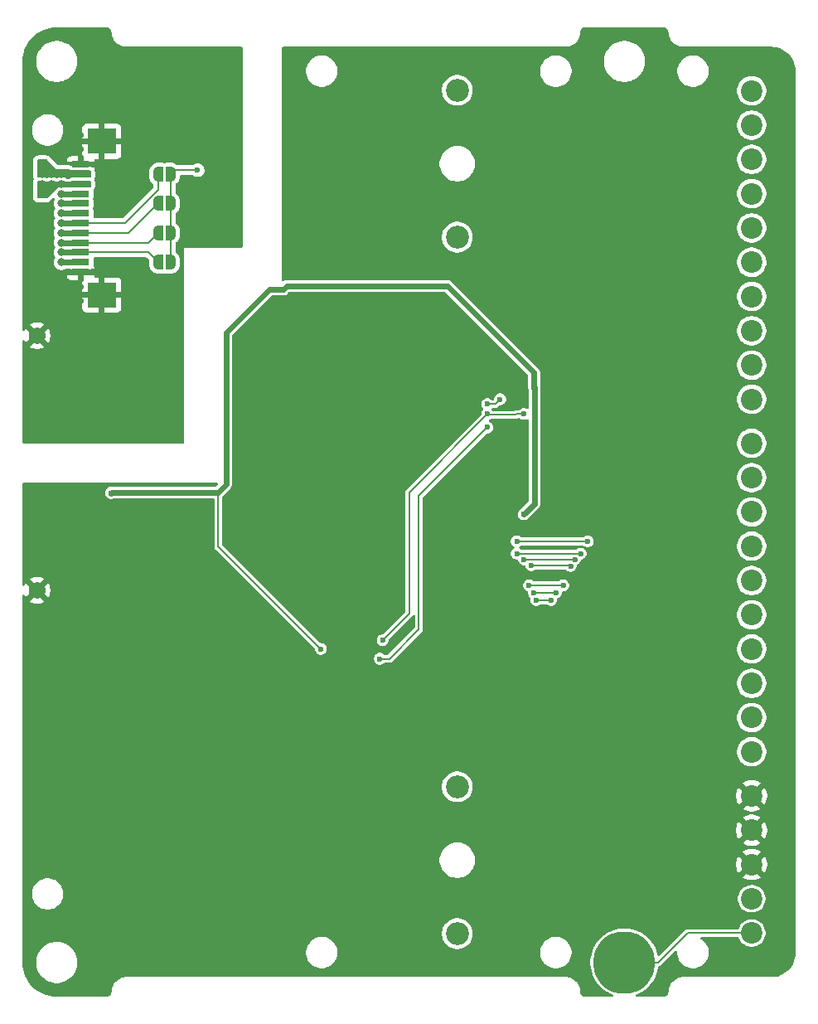
<source format=gbr>
%TF.GenerationSoftware,KiCad,Pcbnew,9.0.0*%
%TF.CreationDate,2025-03-01T22:14:05+03:00*%
%TF.ProjectId,PM_CNV-DQ16_src,504d5f43-4e56-42d4-9451-31365f737263,rev?*%
%TF.SameCoordinates,Original*%
%TF.FileFunction,Copper,L2,Bot*%
%TF.FilePolarity,Positive*%
%FSLAX46Y46*%
G04 Gerber Fmt 4.6, Leading zero omitted, Abs format (unit mm)*
G04 Created by KiCad (PCBNEW 9.0.0) date 2025-03-01 22:14:05*
%MOMM*%
%LPD*%
G01*
G04 APERTURE LIST*
G04 Aperture macros list*
%AMFreePoly0*
4,1,23,0.500000,-0.750000,0.000000,-0.750000,0.000000,-0.745722,-0.065263,-0.745722,-0.191342,-0.711940,-0.304381,-0.646677,-0.396677,-0.554381,-0.461940,-0.441342,-0.495722,-0.315263,-0.495722,-0.250000,-0.500000,-0.250000,-0.500000,0.250000,-0.495722,0.250000,-0.495722,0.315263,-0.461940,0.441342,-0.396677,0.554381,-0.304381,0.646677,-0.191342,0.711940,-0.065263,0.745722,0.000000,0.745722,
0.000000,0.750000,0.500000,0.750000,0.500000,-0.750000,0.500000,-0.750000,$1*%
%AMFreePoly1*
4,1,23,0.000000,0.745722,0.065263,0.745722,0.191342,0.711940,0.304381,0.646677,0.396677,0.554381,0.461940,0.441342,0.495722,0.315263,0.495722,0.250000,0.500000,0.250000,0.500000,-0.250000,0.495722,-0.250000,0.495722,-0.315263,0.461940,-0.441342,0.396677,-0.554381,0.304381,-0.646677,0.191342,-0.711940,0.065263,-0.745722,0.000000,-0.745722,0.000000,-0.750000,-0.500000,-0.750000,
-0.500000,0.750000,0.000000,0.750000,0.000000,0.745722,0.000000,0.745722,$1*%
G04 Aperture macros list end*
%TA.AperFunction,ComponentPad*%
%ADD10C,2.350000*%
%TD*%
%TA.AperFunction,ComponentPad*%
%ADD11C,2.200000*%
%TD*%
%TA.AperFunction,ComponentPad*%
%ADD12C,1.725000*%
%TD*%
%TA.AperFunction,ComponentPad*%
%ADD13O,6.350000X6.350000*%
%TD*%
%TA.AperFunction,SMDPad,CuDef*%
%ADD14FreePoly0,0.000000*%
%TD*%
%TA.AperFunction,SMDPad,CuDef*%
%ADD15FreePoly1,0.000000*%
%TD*%
%TA.AperFunction,SMDPad,CuDef*%
%ADD16R,1.803400X0.635000*%
%TD*%
%TA.AperFunction,SMDPad,CuDef*%
%ADD17R,2.997200X2.590800*%
%TD*%
%TA.AperFunction,ViaPad*%
%ADD18C,0.800000*%
%TD*%
%TA.AperFunction,ViaPad*%
%ADD19C,0.600000*%
%TD*%
%TA.AperFunction,Conductor*%
%ADD20C,0.200000*%
%TD*%
%TA.AperFunction,Conductor*%
%ADD21C,0.600000*%
%TD*%
G04 APERTURE END LIST*
D10*
%TO.P,U9,1,1*%
%TO.N,Net-(U7-VCC)*%
X4920000Y-28060000D03*
%TO.P,U9,2,2*%
%TO.N,+V_b*%
X4920000Y-43060000D03*
%TD*%
%TO.P,U8,1,1*%
%TO.N,Net-(U6-VCC)*%
X4920000Y28060000D03*
%TO.P,U8,2,2*%
%TO.N,+V_a*%
X4920000Y43060000D03*
%TD*%
D11*
%TO.P,J6,1,Pin_1*%
%TO.N,/PE*%
X35000000Y-43000000D03*
%TO.P,J6,2,Pin_2*%
X35000000Y-39500000D03*
%TO.P,J6,3,Pin_3*%
%TO.N,GND_CNV*%
X35000000Y-36000000D03*
%TO.P,J6,4,Pin_4*%
X35000000Y-32500000D03*
%TO.P,J6,5,Pin_5*%
X35000000Y-29000000D03*
%TD*%
%TO.P,J5,1,Pin_1*%
%TO.N,/b.7_out*%
X35000000Y-24500000D03*
%TO.P,J5,2,Pin_2*%
%TO.N,/b.6_out*%
X35000000Y-21000000D03*
%TO.P,J5,3,Pin_3*%
%TO.N,/b.5_out*%
X35000000Y-17500000D03*
%TO.P,J5,4,Pin_4*%
%TO.N,/b.4_out*%
X35000000Y-14000000D03*
%TO.P,J5,5,Pin_5*%
%TO.N,/b.3_out*%
X35000000Y-10500000D03*
%TO.P,J5,6,Pin_6*%
%TO.N,/b.2_out*%
X35000000Y-7000000D03*
%TO.P,J5,7,Pin_7*%
%TO.N,/b.1_out*%
X35000000Y-3500000D03*
%TO.P,J5,8,Pin_8*%
%TO.N,/b.0_out*%
X35000000Y0D03*
%TO.P,J5,9,Pin_9*%
%TO.N,+V_b*%
X35000000Y3500000D03*
%TO.P,J5,10,Pin_10*%
X35000000Y7000000D03*
%TD*%
%TO.P,J3,1,Pin_1*%
%TO.N,/a.7_out*%
X35000000Y11500000D03*
%TO.P,J3,2,Pin_2*%
%TO.N,/a.6_out*%
X35000000Y15000000D03*
%TO.P,J3,3,Pin_3*%
%TO.N,/a.5_out*%
X35000000Y18500000D03*
%TO.P,J3,4,Pin_4*%
%TO.N,/a.4_out*%
X35000000Y22000000D03*
%TO.P,J3,5,Pin_5*%
%TO.N,/a.3_out*%
X35000000Y25500000D03*
%TO.P,J3,6,Pin_6*%
%TO.N,/a.2_out*%
X35000000Y29000000D03*
%TO.P,J3,7,Pin_7*%
%TO.N,/a.1_out*%
X35000000Y32500000D03*
%TO.P,J3,8,Pin_8*%
%TO.N,/a.0_out*%
X35000000Y36000000D03*
%TO.P,J3,9,Pin_9*%
%TO.N,+V_a*%
X35000000Y39500000D03*
%TO.P,J3,10,Pin_10*%
X35000000Y43000000D03*
%TD*%
D12*
%TO.P,U11,1*%
%TO.N,GND_MCU*%
X-38000000Y18000000D03*
%TD*%
D13*
%TO.P,PE1,1*%
%TO.N,/PE*%
X22000000Y-46000000D03*
%TD*%
D12*
%TO.P,U2,1*%
%TO.N,GND_CNV*%
X-38000000Y-8000000D03*
%TD*%
D14*
%TO.P,JP2,1,A*%
%TO.N,/CS1*%
X-25650000Y31500000D03*
D15*
%TO.P,JP2,2,B*%
%TO.N,/CS*%
X-24350000Y31500000D03*
%TD*%
D14*
%TO.P,JP4,1,A*%
%TO.N,/CS3*%
X-25650000Y25500000D03*
D15*
%TO.P,JP4,2,B*%
%TO.N,/CS*%
X-24350000Y25500000D03*
%TD*%
D14*
%TO.P,JP1,1,A*%
%TO.N,/CS0*%
X-25650000Y34500000D03*
D15*
%TO.P,JP1,2,B*%
%TO.N,/CS*%
X-24350000Y34500000D03*
%TD*%
D14*
%TO.P,JP3,1,A*%
%TO.N,/CS2*%
X-25650000Y28500000D03*
D15*
%TO.P,JP3,2,B*%
%TO.N,/CS*%
X-24350000Y28500000D03*
%TD*%
D16*
%TO.P,J7,1,Pin_1*%
%TO.N,GND_MCU*%
X-33556000Y35499992D03*
%TO.P,J7,2,Pin_2*%
%TO.N,+5V_MCU*%
X-33556000Y34499994D03*
%TO.P,J7,3,Pin_3*%
%TO.N,+3.3V_MCU*%
X-33556000Y33499996D03*
%TO.P,J7,4,Pin_4*%
%TO.N,/MOSI*%
X-33556000Y32499998D03*
%TO.P,J7,5,Pin_5*%
%TO.N,/MISO*%
X-33556000Y31500000D03*
%TO.P,J7,6,Pin_6*%
%TO.N,/SCK*%
X-33556000Y30500000D03*
%TO.P,J7,7,Pin_7*%
%TO.N,/CS0*%
X-33556000Y29500000D03*
%TO.P,J7,8,Pin_8*%
%TO.N,/CS1*%
X-33556000Y28500000D03*
%TO.P,J7,9,Pin_9*%
%TO.N,/CS2*%
X-33556000Y27500002D03*
%TO.P,J7,10,Pin_10*%
%TO.N,/CS3*%
X-33556000Y26500004D03*
%TO.P,J7,11,Pin_11*%
%TO.N,/INT*%
X-33556000Y25500006D03*
%TO.P,J7,12,Pin_11*%
%TO.N,GND_MCU*%
X-33556000Y24500008D03*
D17*
%TO.P,J7,13,Pin_11*%
X-31385999Y37850003D03*
X-31385999Y22149997D03*
%TD*%
D18*
%TO.N,GND_CNV*%
X-3000000Y37000000D03*
X-3000000Y39000000D03*
X-5000000Y39000000D03*
X-4000000Y38000000D03*
X-5000000Y37000000D03*
X-24500000Y-2000000D03*
X-24500000Y0D03*
X-26500000Y-2000000D03*
X-25500000Y-1000000D03*
X-26500000Y0D03*
X-10500000Y20500000D03*
X-11500000Y21500000D03*
X-12500000Y20500000D03*
%TO.N,+5V_MCU*%
X-37500000Y35500000D03*
X-35500000Y34500000D03*
X-36500000Y34500000D03*
X-37500000Y34500000D03*
%TO.N,+3.3V_MCU*%
X-37500000Y32500000D03*
X-37500000Y33500000D03*
X-36500000Y33500000D03*
X-35500000Y33500000D03*
%TO.N,/MOSI*%
X-35500000Y32500000D03*
%TO.N,/MISO*%
X-35500000Y31500000D03*
%TO.N,/SCK*%
X-35500000Y30500000D03*
%TO.N,/CS0*%
X-35500000Y29500000D03*
%TO.N,/CS1*%
X-35500000Y28500000D03*
%TO.N,/CS2*%
X-35500000Y27500000D03*
%TO.N,/CS3*%
X-35500000Y26500000D03*
D19*
%TO.N,/CS*%
X-21600000Y34900000D03*
%TO.N,GND_MCU*%
X-31500000Y40000000D03*
X-33000000Y20000000D03*
X-30000000Y20000000D03*
X-31500000Y20000000D03*
X-22264264Y38664291D03*
X-33000000Y40000000D03*
X-33500000Y23000000D03*
X-33500000Y38500000D03*
X-30000000Y40000000D03*
X-33500000Y21500000D03*
X-33500000Y37000000D03*
%TO.N,+5V_CNV*%
X12775000Y12750000D03*
X-29500000Y2000000D03*
X-28500000Y2000000D03*
X-30438300Y1938300D03*
X11725001Y-250000D03*
X-9000000Y-14000000D03*
X-27500000Y2000000D03*
%TO.N,GND_CNV*%
X29685000Y-16510000D03*
X30955000Y-16510000D03*
X30320000Y-17780000D03*
%TO.N,/b.0_in*%
X11000000Y-3000000D03*
X18250000Y-3000000D03*
%TO.N,/b.5_in*%
X12750000Y-8250000D03*
X15000000Y-8250000D03*
%TO.N,/b.6_in*%
X14500000Y-9000000D03*
X13002983Y-9008949D03*
%TO.N,/b.2_in*%
X16945687Y-4850000D03*
X11750000Y-4850000D03*
%TO.N,/b.1_in*%
X17525000Y-4250000D03*
X11000000Y-4250000D03*
%TO.N,/b.4_in*%
X15750000Y-7500000D03*
X12250000Y-7500000D03*
%TO.N,/b.3_in*%
X12500000Y-5450000D03*
X16503407Y-5516627D03*
%TO.N,/MISO_CNV*%
X-3000000Y-15000000D03*
X8000000Y8627801D03*
%TO.N,/SCK_CNV*%
X8000000Y11000000D03*
X9300000Y11500000D03*
%TO.N,/CS_CNV*%
X8000000Y10000000D03*
X11725001Y10000000D03*
X-2700001Y-13099998D03*
D18*
%TO.N,/INT*%
X-35500000Y25500000D03*
%TD*%
D20*
%TO.N,/CS_CNV*%
X11725001Y10000000D02*
X11000000Y10000000D01*
X10900000Y9900000D02*
X8100000Y9900000D01*
X11000000Y10000000D02*
X10900000Y9900000D01*
X8100000Y9900000D02*
X8000000Y10000000D01*
D21*
%TO.N,/MOSI*%
X-35500000Y32500000D02*
X-33556002Y32500000D01*
X-33556002Y32500000D02*
X-33556000Y32499998D01*
%TO.N,/MISO*%
X-35500000Y31500000D02*
X-33556000Y31500000D01*
%TO.N,/SCK*%
X-35500000Y30500000D02*
X-33556000Y30500000D01*
%TO.N,/CS0*%
X-35500000Y29500000D02*
X-33556000Y29500000D01*
%TO.N,/CS1*%
X-35500000Y28500000D02*
X-33556000Y28500000D01*
%TO.N,/CS2*%
X-35500000Y27500000D02*
X-33556002Y27500000D01*
X-33556002Y27500000D02*
X-33556000Y27500002D01*
%TO.N,/CS3*%
X-35500000Y26500000D02*
X-33556004Y26500000D01*
X-33556004Y26500000D02*
X-33556000Y26500004D01*
D20*
%TO.N,/CS*%
X-21600000Y34900000D02*
X-24100000Y34900000D01*
X-24100000Y34900000D02*
X-24350000Y34650000D01*
X-24350000Y34650000D02*
X-24350000Y34500000D01*
%TO.N,/SCK_CNV*%
X8800000Y11000000D02*
X8000000Y11000000D01*
X9300000Y11500000D02*
X8800000Y11000000D01*
%TO.N,/CS*%
X-24350000Y25500000D02*
X-24350000Y28500000D01*
X-24350000Y31500000D02*
X-24350000Y28500000D01*
X-24350000Y34500000D02*
X-24350000Y31500000D01*
X-24350000Y28150000D02*
X-24460000Y28040000D01*
X-24460000Y28040000D02*
X-24350000Y28040000D01*
X-24350000Y28500000D02*
X-24350000Y28150000D01*
D21*
%TO.N,+5V_CNV*%
X-12875736Y22700000D02*
X-12500000Y23075736D01*
X-18700000Y18300000D02*
X-14300000Y22700000D01*
X12775000Y12750000D02*
X12775000Y14225000D01*
D20*
X-19500000Y-3500000D02*
X-19500000Y2000000D01*
D21*
X-30376600Y2000000D02*
X-19500000Y2000000D01*
X12800000Y12725000D02*
X12775000Y12750000D01*
X3924264Y23075736D02*
X-12500000Y23075736D01*
X11725001Y-250000D02*
X12800000Y824999D01*
X12775000Y14225000D02*
X3924264Y23075736D01*
X-19500000Y2000000D02*
X-18700000Y2800000D01*
X-14300000Y22700000D02*
X-12875736Y22700000D01*
X12800000Y824999D02*
X12800000Y12725000D01*
X-30438300Y1938300D02*
X-30376600Y2000000D01*
D20*
X-9000000Y-14000000D02*
X-19500000Y-3500000D01*
D21*
X-18700000Y2800000D02*
X-18700000Y18300000D01*
D20*
%TO.N,/CS3*%
X-26650004Y26500004D02*
X-25650000Y25500000D01*
X-33556000Y26500004D02*
X-26650004Y26500004D01*
%TO.N,/CS0*%
X-25650000Y32893877D02*
X-25650000Y34500000D01*
X-33556000Y29500000D02*
X-29043877Y29500000D01*
X-29043877Y29500000D02*
X-25650000Y32893877D01*
%TO.N,/CS1*%
X-28650000Y28500000D02*
X-33556000Y28500000D01*
X-25650000Y31500000D02*
X-28650000Y28500000D01*
X-33854900Y28404500D02*
X-33759400Y28500000D01*
X-33056800Y28500000D02*
X-33759400Y28500000D01*
%TO.N,/CS2*%
X-33556000Y27500002D02*
X-26649998Y27500002D01*
X-26649998Y27500002D02*
X-25650000Y28500000D01*
D21*
%TO.N,+5V_MCU*%
X-33556006Y34500000D02*
X-33556000Y34499994D01*
D20*
%TO.N,/b.0_in*%
X11000000Y-3000000D02*
X18250000Y-3000000D01*
%TO.N,/b.5_in*%
X12750000Y-8250000D02*
X15000000Y-8250000D01*
%TO.N,/b.6_in*%
X13002983Y-9008949D02*
X14491051Y-9008949D01*
X14491051Y-9008949D02*
X14500000Y-9000000D01*
%TO.N,/b.2_in*%
X11750000Y-4850000D02*
X16945687Y-4850000D01*
%TO.N,/b.1_in*%
X11000000Y-4250000D02*
X17525000Y-4250000D01*
%TO.N,/b.4_in*%
X12250000Y-7500000D02*
X15750000Y-7500000D01*
%TO.N,/b.3_in*%
X16436780Y-5450000D02*
X16503407Y-5516627D01*
X12500000Y-5450000D02*
X16436780Y-5450000D01*
%TO.N,/PE*%
X28476700Y-43000000D02*
X36000000Y-43000000D01*
X25476700Y-46000000D02*
X28476700Y-43000000D01*
X22000000Y-46000000D02*
X25476700Y-46000000D01*
%TO.N,/MISO_CNV*%
X-3000000Y-15000000D02*
X-2000000Y-15000000D01*
X-2000000Y-15000000D02*
X1000000Y-12000000D01*
X1000000Y1627801D02*
X8000000Y8627801D01*
X1000000Y-12000000D02*
X1000000Y1627801D01*
%TO.N,/CS_CNV*%
X0Y2000000D02*
X8000000Y10000000D01*
X0Y-10399997D02*
X0Y2000000D01*
X-2700001Y-13099998D02*
X0Y-10399997D01*
D21*
%TO.N,/INT*%
X-33556006Y25500000D02*
X-33556000Y25500006D01*
X-35500000Y25500000D02*
X-33556006Y25500000D01*
%TD*%
%TA.AperFunction,Conductor*%
%TO.N,GND_CNV*%
G36*
X26006922Y49498720D02*
G01*
X26097266Y49488541D01*
X26124331Y49482364D01*
X26203540Y49454648D01*
X26228553Y49442602D01*
X26299606Y49397957D01*
X26321313Y49380645D01*
X26380644Y49321314D01*
X26397957Y49299605D01*
X26442600Y49228556D01*
X26454648Y49203538D01*
X26482362Y49124334D01*
X26488540Y49097265D01*
X26498720Y49006924D01*
X26499500Y48993039D01*
X26499500Y48892683D01*
X26530044Y48680236D01*
X26530047Y48680226D01*
X26590517Y48474285D01*
X26679672Y48279062D01*
X26679679Y48279049D01*
X26717590Y48220059D01*
X26794425Y48100500D01*
X26795720Y48098486D01*
X26936275Y47936276D01*
X27060277Y47828828D01*
X27098487Y47795719D01*
X27169245Y47750246D01*
X27279048Y47679680D01*
X27279061Y47679673D01*
X27474284Y47590518D01*
X27474288Y47590517D01*
X27474290Y47590516D01*
X27680231Y47530046D01*
X27680232Y47530046D01*
X27680235Y47530045D01*
X27743584Y47520938D01*
X27892682Y47499500D01*
X27934108Y47499500D01*
X36934108Y47499500D01*
X36996249Y47499500D01*
X37003736Y47499274D01*
X37293796Y47481729D01*
X37308659Y47479924D01*
X37590798Y47428220D01*
X37605335Y47424637D01*
X37879172Y47339305D01*
X37893163Y47334000D01*
X38154743Y47216273D01*
X38167989Y47209320D01*
X38413465Y47060925D01*
X38425776Y47052427D01*
X38472520Y47015806D01*
X38651573Y46875527D01*
X38662781Y46865597D01*
X38865596Y46662782D01*
X38875526Y46651574D01*
X39007406Y46483241D01*
X39052422Y46425783D01*
X39060926Y46413463D01*
X39177398Y46220795D01*
X39209316Y46167996D01*
X39216275Y46154737D01*
X39333997Y45893169D01*
X39339306Y45879168D01*
X39424635Y45605337D01*
X39428219Y45590799D01*
X39479923Y45308660D01*
X39481728Y45293795D01*
X39499274Y45003737D01*
X39499500Y44996250D01*
X39499500Y-44996249D01*
X39499274Y-45003736D01*
X39481728Y-45293794D01*
X39479923Y-45308659D01*
X39428219Y-45590798D01*
X39424635Y-45605336D01*
X39339306Y-45879167D01*
X39333997Y-45893168D01*
X39216275Y-46154736D01*
X39209316Y-46167995D01*
X39060928Y-46413459D01*
X39052422Y-46425782D01*
X38875526Y-46651573D01*
X38865596Y-46662781D01*
X38662781Y-46865596D01*
X38651573Y-46875526D01*
X38425782Y-47052422D01*
X38413459Y-47060928D01*
X38167995Y-47209316D01*
X38154736Y-47216275D01*
X37893168Y-47333997D01*
X37879167Y-47339306D01*
X37605336Y-47424635D01*
X37590798Y-47428219D01*
X37308659Y-47479923D01*
X37293794Y-47481728D01*
X37003736Y-47499274D01*
X36996249Y-47499500D01*
X27892682Y-47499500D01*
X27680235Y-47530044D01*
X27680225Y-47530047D01*
X27474284Y-47590517D01*
X27279061Y-47679672D01*
X27279048Y-47679679D01*
X27098485Y-47795720D01*
X26936275Y-47936275D01*
X26795720Y-48098485D01*
X26679679Y-48279048D01*
X26679672Y-48279061D01*
X26590517Y-48474284D01*
X26530047Y-48680225D01*
X26530044Y-48680235D01*
X26499500Y-48892682D01*
X26499500Y-48993038D01*
X26498720Y-49006922D01*
X26498720Y-49006923D01*
X26488540Y-49097264D01*
X26482362Y-49124333D01*
X26454648Y-49203537D01*
X26442600Y-49228555D01*
X26397957Y-49299604D01*
X26380644Y-49321313D01*
X26321313Y-49380644D01*
X26299604Y-49397957D01*
X26228555Y-49442600D01*
X26203537Y-49454648D01*
X26124333Y-49482362D01*
X26097264Y-49488540D01*
X26017075Y-49497576D01*
X26006921Y-49498720D01*
X25993038Y-49499500D01*
X23256767Y-49499500D01*
X23189728Y-49479815D01*
X23143973Y-49427011D01*
X23134029Y-49357853D01*
X23163054Y-49294297D01*
X23209314Y-49260939D01*
X23487760Y-49145603D01*
X23788919Y-48984631D01*
X24072850Y-48794914D01*
X24336818Y-48578281D01*
X24578281Y-48336818D01*
X24794914Y-48072850D01*
X24984631Y-47788919D01*
X25145603Y-47487760D01*
X25276282Y-47172273D01*
X25375409Y-46845496D01*
X25442029Y-46510577D01*
X25442382Y-46506989D01*
X25468531Y-46442204D01*
X25525560Y-46401837D01*
X25533667Y-46399363D01*
X25631288Y-46373207D01*
X25722613Y-46320480D01*
X27187819Y-44855272D01*
X27249142Y-44821788D01*
X27318834Y-44826772D01*
X27374767Y-44868644D01*
X27399184Y-44934108D01*
X27399500Y-44942954D01*
X27399500Y-45125962D01*
X27405514Y-45163934D01*
X27438910Y-45374785D01*
X27516760Y-45614383D01*
X27582461Y-45743327D01*
X27626246Y-45829260D01*
X27631132Y-45838848D01*
X27779201Y-46042649D01*
X27779205Y-46042654D01*
X27957345Y-46220794D01*
X27957350Y-46220798D01*
X28094550Y-46320479D01*
X28161155Y-46368870D01*
X28304184Y-46441747D01*
X28385616Y-46483239D01*
X28385618Y-46483239D01*
X28385621Y-46483241D01*
X28625215Y-46561090D01*
X28874038Y-46600500D01*
X28874039Y-46600500D01*
X29125961Y-46600500D01*
X29125962Y-46600500D01*
X29374785Y-46561090D01*
X29614379Y-46483241D01*
X29838845Y-46368870D01*
X30042656Y-46220793D01*
X30220793Y-46042656D01*
X30368870Y-45838845D01*
X30483241Y-45614379D01*
X30561090Y-45374785D01*
X30600500Y-45125962D01*
X30600500Y-44874038D01*
X30561090Y-44625215D01*
X30483241Y-44385621D01*
X30483239Y-44385618D01*
X30483239Y-44385616D01*
X30414013Y-44249754D01*
X30368870Y-44161155D01*
X30314537Y-44086372D01*
X30220798Y-43957350D01*
X30220794Y-43957345D01*
X30042654Y-43779205D01*
X30042649Y-43779201D01*
X29838849Y-43631132D01*
X29837375Y-43630229D01*
X29836932Y-43629739D01*
X29834904Y-43628266D01*
X29835213Y-43627840D01*
X29790498Y-43578419D01*
X29779074Y-43509490D01*
X29806729Y-43445326D01*
X29864683Y-43406300D01*
X29902162Y-43400500D01*
X33567465Y-43400500D01*
X33634504Y-43420185D01*
X33680259Y-43472989D01*
X33685396Y-43486183D01*
X33702102Y-43537601D01*
X33802187Y-43734025D01*
X33931752Y-43912358D01*
X33931756Y-43912363D01*
X34087636Y-44068243D01*
X34087641Y-44068247D01*
X34243192Y-44181260D01*
X34265978Y-44197815D01*
X34367907Y-44249751D01*
X34462393Y-44297895D01*
X34462396Y-44297896D01*
X34567221Y-44331955D01*
X34672049Y-44366015D01*
X34889778Y-44400500D01*
X34889779Y-44400500D01*
X35110221Y-44400500D01*
X35110222Y-44400500D01*
X35327951Y-44366015D01*
X35537606Y-44297895D01*
X35734022Y-44197815D01*
X35912365Y-44068242D01*
X36068242Y-43912365D01*
X36197815Y-43734022D01*
X36297895Y-43537606D01*
X36366015Y-43327951D01*
X36400500Y-43110222D01*
X36400500Y-42889778D01*
X36366015Y-42672049D01*
X36314603Y-42513817D01*
X36297896Y-42462396D01*
X36297895Y-42462393D01*
X36263237Y-42394375D01*
X36197815Y-42265978D01*
X36174769Y-42234258D01*
X36068247Y-42087641D01*
X36068243Y-42087636D01*
X35912363Y-41931756D01*
X35912358Y-41931752D01*
X35734025Y-41802187D01*
X35734024Y-41802186D01*
X35734022Y-41802185D01*
X35671096Y-41770122D01*
X35537606Y-41702104D01*
X35537603Y-41702103D01*
X35327952Y-41633985D01*
X35219086Y-41616742D01*
X35110222Y-41599500D01*
X34889778Y-41599500D01*
X34817201Y-41610995D01*
X34672047Y-41633985D01*
X34462396Y-41702103D01*
X34462393Y-41702104D01*
X34265974Y-41802187D01*
X34087641Y-41931752D01*
X34087636Y-41931756D01*
X33931756Y-42087636D01*
X33931752Y-42087641D01*
X33802187Y-42265974D01*
X33702102Y-42462398D01*
X33685396Y-42513817D01*
X33645959Y-42571493D01*
X33581601Y-42598692D01*
X33567465Y-42599500D01*
X28537039Y-42599500D01*
X28537023Y-42599499D01*
X28529427Y-42599499D01*
X28423973Y-42599499D01*
X28395001Y-42607262D01*
X28330334Y-42624589D01*
X28330335Y-42624590D01*
X28322112Y-42626793D01*
X28322110Y-42626794D01*
X28230785Y-42679521D01*
X28156218Y-42754089D01*
X25602560Y-45307745D01*
X25541237Y-45341230D01*
X25471545Y-45336246D01*
X25415612Y-45294374D01*
X25393261Y-45244255D01*
X25375410Y-45154509D01*
X25375409Y-45154508D01*
X25375409Y-45154504D01*
X25276282Y-44827727D01*
X25145603Y-44512240D01*
X24984631Y-44211081D01*
X24794914Y-43927150D01*
X24578281Y-43663182D01*
X24578280Y-43663181D01*
X24578276Y-43663176D01*
X24336823Y-43421723D01*
X24072855Y-43205090D01*
X24072854Y-43205089D01*
X24072850Y-43205086D01*
X23788919Y-43015369D01*
X23788914Y-43015366D01*
X23788907Y-43015362D01*
X23579941Y-42903669D01*
X23487760Y-42854397D01*
X23487753Y-42854394D01*
X23172274Y-42723718D01*
X22845490Y-42624589D01*
X22510583Y-42557972D01*
X22510566Y-42557969D01*
X22253579Y-42532658D01*
X22170740Y-42524500D01*
X21829260Y-42524500D01*
X21752646Y-42532045D01*
X21489433Y-42557969D01*
X21489416Y-42557972D01*
X21154509Y-42624589D01*
X20827725Y-42723718D01*
X20512246Y-42854394D01*
X20512232Y-42854401D01*
X20211092Y-43015362D01*
X20211074Y-43015373D01*
X19927158Y-43205080D01*
X19927144Y-43205090D01*
X19663176Y-43421723D01*
X19421723Y-43663176D01*
X19205090Y-43927144D01*
X19205080Y-43927158D01*
X19015373Y-44211074D01*
X19015362Y-44211092D01*
X18854401Y-44512232D01*
X18854394Y-44512246D01*
X18723718Y-44827725D01*
X18624589Y-45154509D01*
X18557972Y-45489416D01*
X18557969Y-45489433D01*
X18532964Y-45743327D01*
X18524500Y-45829260D01*
X18524500Y-46170740D01*
X18527037Y-46196496D01*
X18557969Y-46510566D01*
X18557972Y-46510583D01*
X18624589Y-46845490D01*
X18723718Y-47172274D01*
X18740669Y-47213197D01*
X18854397Y-47487760D01*
X18860672Y-47499500D01*
X19015362Y-47788907D01*
X19015373Y-47788925D01*
X19205080Y-48072841D01*
X19205090Y-48072855D01*
X19421723Y-48336823D01*
X19663176Y-48578276D01*
X19663181Y-48578280D01*
X19663182Y-48578281D01*
X19927150Y-48794914D01*
X20211081Y-48984631D01*
X20211090Y-48984636D01*
X20211092Y-48984637D01*
X20252785Y-49006922D01*
X20512240Y-49145603D01*
X20728474Y-49235170D01*
X20790686Y-49260939D01*
X20845089Y-49304780D01*
X20867154Y-49371074D01*
X20849875Y-49438774D01*
X20798737Y-49486384D01*
X20743233Y-49499500D01*
X18006962Y-49499500D01*
X17993078Y-49498720D01*
X17980553Y-49497308D01*
X17902735Y-49488540D01*
X17875666Y-49482362D01*
X17796462Y-49454648D01*
X17771444Y-49442600D01*
X17700395Y-49397957D01*
X17678686Y-49380644D01*
X17619355Y-49321313D01*
X17602042Y-49299604D01*
X17598707Y-49294297D01*
X17557398Y-49228553D01*
X17545351Y-49203537D01*
X17517637Y-49124333D01*
X17511459Y-49097263D01*
X17501280Y-49006922D01*
X17500500Y-48993038D01*
X17500500Y-48892683D01*
X17500500Y-48892682D01*
X17469954Y-48680231D01*
X17409484Y-48474290D01*
X17409483Y-48474288D01*
X17409482Y-48474284D01*
X17320327Y-48279061D01*
X17320320Y-48279048D01*
X17249102Y-48168231D01*
X17204281Y-48098487D01*
X17124227Y-48006100D01*
X17063724Y-47936275D01*
X16901514Y-47795720D01*
X16901513Y-47795719D01*
X16830754Y-47750245D01*
X16720951Y-47679679D01*
X16720938Y-47679672D01*
X16525715Y-47590517D01*
X16319774Y-47530047D01*
X16319764Y-47530044D01*
X16128754Y-47502582D01*
X16107318Y-47499500D01*
X16065892Y-47499500D01*
X-28834108Y-47499500D01*
X-28900000Y-47499500D01*
X-29007318Y-47499500D01*
X-29219765Y-47530044D01*
X-29219775Y-47530047D01*
X-29425716Y-47590517D01*
X-29620939Y-47679672D01*
X-29620952Y-47679679D01*
X-29801515Y-47795720D01*
X-29963725Y-47936275D01*
X-30104280Y-48098485D01*
X-30220321Y-48279048D01*
X-30220328Y-48279061D01*
X-30309483Y-48474284D01*
X-30369953Y-48680225D01*
X-30369956Y-48680235D01*
X-30400500Y-48892682D01*
X-30400500Y-48993038D01*
X-30401280Y-49006922D01*
X-30401280Y-49006923D01*
X-30411460Y-49097264D01*
X-30417638Y-49124333D01*
X-30445352Y-49203537D01*
X-30457400Y-49228555D01*
X-30502043Y-49299604D01*
X-30519356Y-49321313D01*
X-30578687Y-49380644D01*
X-30600396Y-49397957D01*
X-30671445Y-49442600D01*
X-30696463Y-49454648D01*
X-30775667Y-49482362D01*
X-30802736Y-49488540D01*
X-30882925Y-49497576D01*
X-30893079Y-49498720D01*
X-30906962Y-49499500D01*
X-35996949Y-49499500D01*
X-36003032Y-49499351D01*
X-36023100Y-49498365D01*
X-36336929Y-49482947D01*
X-36349038Y-49481754D01*
X-36676695Y-49433151D01*
X-36688631Y-49430777D01*
X-37009945Y-49350292D01*
X-37021589Y-49346759D01*
X-37333460Y-49235170D01*
X-37344699Y-49230515D01*
X-37644156Y-49088883D01*
X-37654879Y-49083150D01*
X-37938989Y-48912862D01*
X-37949107Y-48906102D01*
X-38215171Y-48708775D01*
X-38224577Y-48701055D01*
X-38325620Y-48609475D01*
X-38470014Y-48478604D01*
X-38478605Y-48470013D01*
X-38701056Y-48224576D01*
X-38708776Y-48215170D01*
X-38814335Y-48072841D01*
X-38906105Y-47949103D01*
X-38912863Y-47938988D01*
X-39083156Y-47654871D01*
X-39088880Y-47644163D01*
X-39230521Y-47344688D01*
X-39235171Y-47333459D01*
X-39346760Y-47021588D01*
X-39350293Y-47009944D01*
X-39359042Y-46975015D01*
X-39430781Y-46688617D01*
X-39433152Y-46676694D01*
X-39481755Y-46349037D01*
X-39482948Y-46336927D01*
X-39499351Y-46003032D01*
X-39499500Y-45996948D01*
X-39499500Y-45862332D01*
X-38100500Y-45862332D01*
X-38100500Y-46137667D01*
X-38100499Y-46137684D01*
X-38064562Y-46410655D01*
X-38064561Y-46410660D01*
X-38064560Y-46410666D01*
X-38041035Y-46498462D01*
X-37993296Y-46676630D01*
X-37887925Y-46931017D01*
X-37887920Y-46931028D01*
X-37835634Y-47021588D01*
X-37750249Y-47169479D01*
X-37750247Y-47169482D01*
X-37750246Y-47169483D01*
X-37582630Y-47387926D01*
X-37582624Y-47387933D01*
X-37387934Y-47582623D01*
X-37387928Y-47582628D01*
X-37169479Y-47750249D01*
X-37057294Y-47815019D01*
X-36931029Y-47887919D01*
X-36931024Y-47887921D01*
X-36931021Y-47887923D01*
X-36676632Y-47993295D01*
X-36410666Y-48064560D01*
X-36137674Y-48100500D01*
X-36137667Y-48100500D01*
X-35862333Y-48100500D01*
X-35862326Y-48100500D01*
X-35589334Y-48064560D01*
X-35323368Y-47993295D01*
X-35068979Y-47887923D01*
X-34830521Y-47750249D01*
X-34612072Y-47582628D01*
X-34417372Y-47387928D01*
X-34249751Y-47169479D01*
X-34112077Y-46931021D01*
X-34006705Y-46676632D01*
X-33935440Y-46410666D01*
X-33899500Y-46137674D01*
X-33899500Y-45862326D01*
X-33935440Y-45589334D01*
X-34006705Y-45323368D01*
X-34112077Y-45068979D01*
X-34224626Y-44874038D01*
X-10526771Y-44874038D01*
X-10526771Y-44921750D01*
X-10526771Y-45125962D01*
X-10520757Y-45163934D01*
X-10487361Y-45374785D01*
X-10409511Y-45614383D01*
X-10343810Y-45743327D01*
X-10300025Y-45829260D01*
X-10295139Y-45838848D01*
X-10147070Y-46042649D01*
X-10147066Y-46042654D01*
X-9968926Y-46220794D01*
X-9968921Y-46220798D01*
X-9831721Y-46320479D01*
X-9765116Y-46368870D01*
X-9622087Y-46441747D01*
X-9540655Y-46483239D01*
X-9540653Y-46483239D01*
X-9540650Y-46483241D01*
X-9301056Y-46561090D01*
X-9052233Y-46600500D01*
X-9052232Y-46600500D01*
X-8800310Y-46600500D01*
X-8800309Y-46600500D01*
X-8551486Y-46561090D01*
X-8311892Y-46483241D01*
X-8087426Y-46368870D01*
X-7883615Y-46220793D01*
X-7705478Y-46042656D01*
X-7557401Y-45838845D01*
X-7443030Y-45614379D01*
X-7365181Y-45374785D01*
X-7325771Y-45125962D01*
X-7325771Y-44874038D01*
X13399500Y-44874038D01*
X13399500Y-44921750D01*
X13399500Y-45125962D01*
X13405514Y-45163934D01*
X13438910Y-45374785D01*
X13516760Y-45614383D01*
X13582461Y-45743327D01*
X13626246Y-45829260D01*
X13631132Y-45838848D01*
X13779201Y-46042649D01*
X13779205Y-46042654D01*
X13957345Y-46220794D01*
X13957350Y-46220798D01*
X14094550Y-46320479D01*
X14161155Y-46368870D01*
X14304184Y-46441747D01*
X14385616Y-46483239D01*
X14385618Y-46483239D01*
X14385621Y-46483241D01*
X14625215Y-46561090D01*
X14874038Y-46600500D01*
X14874039Y-46600500D01*
X15125961Y-46600500D01*
X15125962Y-46600500D01*
X15374785Y-46561090D01*
X15614379Y-46483241D01*
X15838845Y-46368870D01*
X16042656Y-46220793D01*
X16220793Y-46042656D01*
X16368870Y-45838845D01*
X16483241Y-45614379D01*
X16561090Y-45374785D01*
X16600500Y-45125962D01*
X16600500Y-44874038D01*
X16561090Y-44625215D01*
X16483241Y-44385621D01*
X16483239Y-44385618D01*
X16483239Y-44385616D01*
X16414013Y-44249754D01*
X16368870Y-44161155D01*
X16314537Y-44086372D01*
X16220798Y-43957350D01*
X16220794Y-43957345D01*
X16042654Y-43779205D01*
X16042649Y-43779201D01*
X15838848Y-43631132D01*
X15838847Y-43631131D01*
X15838845Y-43631130D01*
X15735394Y-43578419D01*
X15614383Y-43516760D01*
X15374785Y-43438910D01*
X15125962Y-43399500D01*
X14874038Y-43399500D01*
X14831105Y-43406300D01*
X14625214Y-43438910D01*
X14385616Y-43516760D01*
X14161151Y-43631132D01*
X13957350Y-43779201D01*
X13957345Y-43779205D01*
X13779205Y-43957345D01*
X13779201Y-43957350D01*
X13631132Y-44161151D01*
X13516760Y-44385616D01*
X13438910Y-44625214D01*
X13437281Y-44635500D01*
X13399500Y-44874038D01*
X-7325771Y-44874038D01*
X-7365181Y-44625215D01*
X-7443030Y-44385621D01*
X-7443032Y-44385618D01*
X-7443032Y-44385616D01*
X-7512258Y-44249754D01*
X-7557401Y-44161155D01*
X-7611734Y-44086372D01*
X-7705473Y-43957350D01*
X-7705477Y-43957345D01*
X-7883617Y-43779205D01*
X-7883622Y-43779201D01*
X-8087423Y-43631132D01*
X-8087424Y-43631131D01*
X-8087426Y-43631130D01*
X-8190877Y-43578419D01*
X-8311888Y-43516760D01*
X-8551486Y-43438910D01*
X-8800309Y-43399500D01*
X-9052233Y-43399500D01*
X-9095166Y-43406300D01*
X-9301057Y-43438910D01*
X-9540655Y-43516760D01*
X-9765120Y-43631132D01*
X-9968921Y-43779201D01*
X-9968926Y-43779205D01*
X-10147066Y-43957345D01*
X-10147070Y-43957350D01*
X-10295139Y-44161151D01*
X-10409511Y-44385616D01*
X-10487361Y-44625214D01*
X-10488990Y-44635500D01*
X-10526771Y-44874038D01*
X-34224626Y-44874038D01*
X-34249751Y-44830521D01*
X-34417372Y-44612072D01*
X-34417377Y-44612066D01*
X-34612067Y-44417376D01*
X-34612074Y-44417370D01*
X-34830517Y-44249754D01*
X-34830518Y-44249753D01*
X-34830521Y-44249751D01*
X-34925593Y-44194861D01*
X-35068972Y-44112080D01*
X-35068983Y-44112075D01*
X-35323370Y-44006704D01*
X-35456351Y-43971072D01*
X-35589334Y-43935440D01*
X-35589340Y-43935439D01*
X-35589345Y-43935438D01*
X-35862316Y-43899501D01*
X-35862321Y-43899500D01*
X-35862326Y-43899500D01*
X-36137674Y-43899500D01*
X-36137680Y-43899500D01*
X-36137685Y-43899501D01*
X-36410656Y-43935438D01*
X-36410663Y-43935439D01*
X-36410666Y-43935440D01*
X-36466875Y-43950500D01*
X-36676631Y-44006704D01*
X-36931018Y-44112075D01*
X-36931029Y-44112080D01*
X-37169484Y-44249754D01*
X-37387927Y-44417370D01*
X-37387934Y-44417376D01*
X-37582624Y-44612066D01*
X-37582630Y-44612073D01*
X-37750246Y-44830516D01*
X-37887920Y-45068971D01*
X-37887925Y-45068982D01*
X-37993296Y-45323369D01*
X-38064559Y-45589331D01*
X-38064562Y-45589344D01*
X-38100499Y-45862315D01*
X-38100500Y-45862332D01*
X-39499500Y-45862332D01*
X-39499500Y-42935999D01*
X3344500Y-42935999D01*
X3344500Y-43184000D01*
X3382152Y-43421723D01*
X3383294Y-43428931D01*
X3459927Y-43664782D01*
X3572511Y-43885742D01*
X3718276Y-44086370D01*
X3893630Y-44261724D01*
X4094258Y-44407489D01*
X4315218Y-44520073D01*
X4551069Y-44596706D01*
X4642920Y-44611253D01*
X4796000Y-44635500D01*
X4796005Y-44635500D01*
X5044000Y-44635500D01*
X5191907Y-44612073D01*
X5288931Y-44596706D01*
X5524782Y-44520073D01*
X5745742Y-44407489D01*
X5946370Y-44261724D01*
X6121724Y-44086370D01*
X6267489Y-43885742D01*
X6380073Y-43664782D01*
X6456706Y-43428931D01*
X6473947Y-43320070D01*
X6495500Y-43184000D01*
X6495500Y-42935999D01*
X6456706Y-42691072D01*
X6456706Y-42691069D01*
X6380073Y-42455218D01*
X6267489Y-42234258D01*
X6121724Y-42033630D01*
X5946370Y-41858276D01*
X5745742Y-41712511D01*
X5524782Y-41599927D01*
X5288931Y-41523294D01*
X5288929Y-41523293D01*
X5288927Y-41523293D01*
X5044000Y-41484500D01*
X5043995Y-41484500D01*
X4796005Y-41484500D01*
X4796000Y-41484500D01*
X4551072Y-41523293D01*
X4315215Y-41599928D01*
X4094257Y-41712511D01*
X3979792Y-41795675D01*
X3893630Y-41858276D01*
X3893628Y-41858278D01*
X3893627Y-41858278D01*
X3718278Y-42033627D01*
X3718278Y-42033628D01*
X3718276Y-42033630D01*
X3679039Y-42087635D01*
X3572511Y-42234257D01*
X3459928Y-42455215D01*
X3383293Y-42691072D01*
X3344500Y-42935999D01*
X-39499500Y-42935999D01*
X-39499500Y-38874038D01*
X-38526771Y-38874038D01*
X-38526771Y-39125961D01*
X-38487361Y-39374785D01*
X-38409511Y-39614383D01*
X-38330858Y-39768747D01*
X-38300692Y-39827951D01*
X-38295139Y-39838848D01*
X-38147070Y-40042649D01*
X-38147066Y-40042654D01*
X-37968926Y-40220794D01*
X-37968921Y-40220798D01*
X-37950715Y-40234025D01*
X-37765116Y-40368870D01*
X-37622087Y-40441747D01*
X-37540655Y-40483239D01*
X-37540653Y-40483239D01*
X-37540650Y-40483241D01*
X-37301056Y-40561090D01*
X-37052233Y-40600500D01*
X-37052232Y-40600500D01*
X-36800310Y-40600500D01*
X-36800309Y-40600500D01*
X-36551486Y-40561090D01*
X-36311892Y-40483241D01*
X-36087426Y-40368870D01*
X-35883615Y-40220793D01*
X-35705478Y-40042656D01*
X-35557401Y-39838845D01*
X-35443030Y-39614379D01*
X-35370053Y-39389778D01*
X33599500Y-39389778D01*
X33599500Y-39610222D01*
X33600159Y-39614383D01*
X33633985Y-39827952D01*
X33702103Y-40037603D01*
X33702104Y-40037606D01*
X33770122Y-40171096D01*
X33795444Y-40220793D01*
X33802187Y-40234025D01*
X33931752Y-40412358D01*
X33931756Y-40412363D01*
X34087636Y-40568243D01*
X34087641Y-40568247D01*
X34243192Y-40681260D01*
X34265978Y-40697815D01*
X34394375Y-40763237D01*
X34462393Y-40797895D01*
X34462396Y-40797896D01*
X34567221Y-40831955D01*
X34672049Y-40866015D01*
X34889778Y-40900500D01*
X34889779Y-40900500D01*
X35110221Y-40900500D01*
X35110222Y-40900500D01*
X35327951Y-40866015D01*
X35537606Y-40797895D01*
X35734022Y-40697815D01*
X35912365Y-40568242D01*
X36068242Y-40412365D01*
X36197815Y-40234022D01*
X36297895Y-40037606D01*
X36366015Y-39827951D01*
X36400500Y-39610222D01*
X36400500Y-39389778D01*
X36366015Y-39172049D01*
X36297895Y-38962394D01*
X36297895Y-38962393D01*
X36252875Y-38874038D01*
X36197815Y-38765978D01*
X36181260Y-38743192D01*
X36068247Y-38587641D01*
X36068243Y-38587636D01*
X35912363Y-38431756D01*
X35912358Y-38431752D01*
X35734025Y-38302187D01*
X35734024Y-38302186D01*
X35734022Y-38302185D01*
X35671096Y-38270122D01*
X35537606Y-38202104D01*
X35537603Y-38202103D01*
X35327952Y-38133985D01*
X35219086Y-38116742D01*
X35110222Y-38099500D01*
X34889778Y-38099500D01*
X34817201Y-38110995D01*
X34672047Y-38133985D01*
X34462396Y-38202103D01*
X34462393Y-38202104D01*
X34265974Y-38302187D01*
X34087641Y-38431752D01*
X34087636Y-38431756D01*
X33931756Y-38587636D01*
X33931752Y-38587641D01*
X33802187Y-38765974D01*
X33702104Y-38962393D01*
X33702103Y-38962396D01*
X33633985Y-39172047D01*
X33633985Y-39172049D01*
X33599500Y-39389778D01*
X-35370053Y-39389778D01*
X-35365181Y-39374785D01*
X-35325771Y-39125962D01*
X-35325771Y-38874038D01*
X-35365181Y-38625215D01*
X-35443030Y-38385621D01*
X-35443032Y-38385618D01*
X-35443032Y-38385616D01*
X-35485543Y-38302185D01*
X-35557401Y-38161155D01*
X-35602196Y-38099500D01*
X-35705473Y-37957350D01*
X-35705477Y-37957345D01*
X-35883617Y-37779205D01*
X-35883622Y-37779201D01*
X-36087423Y-37631132D01*
X-36087424Y-37631131D01*
X-36087426Y-37631130D01*
X-36157524Y-37595413D01*
X-36311888Y-37516760D01*
X-36551486Y-37438910D01*
X-36800309Y-37399500D01*
X-37052233Y-37399500D01*
X-37176645Y-37419205D01*
X-37301057Y-37438910D01*
X-37540655Y-37516760D01*
X-37765120Y-37631132D01*
X-37968921Y-37779201D01*
X-37968926Y-37779205D01*
X-38147066Y-37957345D01*
X-38147070Y-37957350D01*
X-38295139Y-38161151D01*
X-38409511Y-38385616D01*
X-38487361Y-38625214D01*
X-38526771Y-38874038D01*
X-39499500Y-38874038D01*
X-39499500Y-35441995D01*
X3119500Y-35441995D01*
X3119500Y-35678004D01*
X3119501Y-35678020D01*
X3150306Y-35912010D01*
X3211394Y-36139993D01*
X3301714Y-36358045D01*
X3301719Y-36358056D01*
X3339945Y-36424264D01*
X3419727Y-36562450D01*
X3419729Y-36562453D01*
X3419730Y-36562454D01*
X3563406Y-36749697D01*
X3563412Y-36749704D01*
X3730295Y-36916587D01*
X3730301Y-36916592D01*
X3917550Y-37060273D01*
X4048918Y-37136118D01*
X4121943Y-37178280D01*
X4121948Y-37178282D01*
X4121951Y-37178284D01*
X4340007Y-37268606D01*
X4567986Y-37329693D01*
X4801989Y-37360500D01*
X4801996Y-37360500D01*
X5038004Y-37360500D01*
X5038011Y-37360500D01*
X5272014Y-37329693D01*
X5499993Y-37268606D01*
X5718049Y-37178284D01*
X5922450Y-37060273D01*
X6109699Y-36916592D01*
X6276592Y-36749699D01*
X6420273Y-36562450D01*
X6538284Y-36358049D01*
X6628606Y-36139993D01*
X6689693Y-35912014D01*
X6694688Y-35874071D01*
X33400000Y-35874071D01*
X33400000Y-36125928D01*
X33439397Y-36374669D01*
X33517219Y-36614184D01*
X33631559Y-36838586D01*
X33675991Y-36899742D01*
X33675992Y-36899743D01*
X34339979Y-36235756D01*
X34379668Y-36331574D01*
X34456274Y-36446224D01*
X34553776Y-36543726D01*
X34668426Y-36620332D01*
X34764242Y-36660020D01*
X34100255Y-37324006D01*
X34100256Y-37324007D01*
X34161413Y-37368440D01*
X34385815Y-37482780D01*
X34625330Y-37560602D01*
X34874072Y-37600000D01*
X35125928Y-37600000D01*
X35374669Y-37560602D01*
X35614184Y-37482780D01*
X35838575Y-37368446D01*
X35838588Y-37368438D01*
X35899742Y-37324007D01*
X35899743Y-37324006D01*
X35235756Y-36660020D01*
X35331574Y-36620332D01*
X35446224Y-36543726D01*
X35543726Y-36446224D01*
X35620332Y-36331574D01*
X35660020Y-36235757D01*
X36324006Y-36899743D01*
X36324007Y-36899742D01*
X36368438Y-36838588D01*
X36368446Y-36838575D01*
X36482780Y-36614184D01*
X36560602Y-36374669D01*
X36600000Y-36125928D01*
X36600000Y-35874071D01*
X36560602Y-35625330D01*
X36482780Y-35385815D01*
X36368440Y-35161413D01*
X36324007Y-35100256D01*
X36324006Y-35100255D01*
X35660020Y-35764242D01*
X35620332Y-35668426D01*
X35543726Y-35553776D01*
X35446224Y-35456274D01*
X35331574Y-35379668D01*
X35235756Y-35339979D01*
X35899743Y-34675992D01*
X35899742Y-34675991D01*
X35838586Y-34631559D01*
X35614184Y-34517219D01*
X35374669Y-34439397D01*
X35125928Y-34400000D01*
X34874072Y-34400000D01*
X34625330Y-34439397D01*
X34385815Y-34517219D01*
X34161418Y-34631556D01*
X34161416Y-34631557D01*
X34100256Y-34675991D01*
X34100256Y-34675992D01*
X34764243Y-35339979D01*
X34668426Y-35379668D01*
X34553776Y-35456274D01*
X34456274Y-35553776D01*
X34379668Y-35668426D01*
X34339979Y-35764243D01*
X33675992Y-35100256D01*
X33675991Y-35100256D01*
X33631557Y-35161416D01*
X33631556Y-35161418D01*
X33517219Y-35385815D01*
X33439397Y-35625330D01*
X33400000Y-35874071D01*
X6694688Y-35874071D01*
X6720500Y-35678011D01*
X6720500Y-35441989D01*
X6689693Y-35207986D01*
X6628606Y-34980007D01*
X6538285Y-34761954D01*
X6538280Y-34761943D01*
X6496118Y-34688918D01*
X6420273Y-34557550D01*
X6276592Y-34370301D01*
X6276587Y-34370295D01*
X6109704Y-34203412D01*
X6109697Y-34203406D01*
X5922454Y-34059730D01*
X5922453Y-34059729D01*
X5922450Y-34059727D01*
X5840957Y-34012677D01*
X5718056Y-33941719D01*
X5718045Y-33941714D01*
X5596354Y-33891308D01*
X5596352Y-33891307D01*
X5499996Y-33851395D01*
X5499994Y-33851394D01*
X5499993Y-33851394D01*
X5272014Y-33790307D01*
X5272013Y-33790306D01*
X5272010Y-33790306D01*
X5038020Y-33759501D01*
X5038017Y-33759500D01*
X5038011Y-33759500D01*
X4801989Y-33759500D01*
X4801983Y-33759500D01*
X4801979Y-33759501D01*
X4567989Y-33790306D01*
X4340006Y-33851394D01*
X4121954Y-33941714D01*
X4121943Y-33941719D01*
X3917545Y-34059730D01*
X3730302Y-34203406D01*
X3730295Y-34203412D01*
X3563412Y-34370295D01*
X3563406Y-34370302D01*
X3419730Y-34557545D01*
X3301719Y-34761943D01*
X3301714Y-34761954D01*
X3211394Y-34980006D01*
X3150306Y-35207989D01*
X3119501Y-35441979D01*
X3119500Y-35441995D01*
X-39499500Y-35441995D01*
X-39499500Y-32374071D01*
X33400000Y-32374071D01*
X33400000Y-32625928D01*
X33439397Y-32874669D01*
X33517219Y-33114184D01*
X33631559Y-33338586D01*
X33675991Y-33399742D01*
X33675992Y-33399743D01*
X34339979Y-32735756D01*
X34379668Y-32831574D01*
X34456274Y-32946224D01*
X34553776Y-33043726D01*
X34668426Y-33120332D01*
X34764242Y-33160020D01*
X34100255Y-33824006D01*
X34100256Y-33824007D01*
X34161413Y-33868440D01*
X34385815Y-33982780D01*
X34625330Y-34060602D01*
X34874072Y-34100000D01*
X35125928Y-34100000D01*
X35374669Y-34060602D01*
X35614184Y-33982780D01*
X35838575Y-33868446D01*
X35838588Y-33868438D01*
X35899742Y-33824007D01*
X35899743Y-33824006D01*
X35235756Y-33160020D01*
X35331574Y-33120332D01*
X35446224Y-33043726D01*
X35543726Y-32946224D01*
X35620332Y-32831574D01*
X35660020Y-32735757D01*
X36324006Y-33399743D01*
X36324007Y-33399742D01*
X36368438Y-33338588D01*
X36368446Y-33338575D01*
X36482780Y-33114184D01*
X36560602Y-32874669D01*
X36600000Y-32625928D01*
X36600000Y-32374071D01*
X36560602Y-32125330D01*
X36482780Y-31885815D01*
X36368440Y-31661413D01*
X36324007Y-31600256D01*
X36324006Y-31600255D01*
X35660020Y-32264242D01*
X35620332Y-32168426D01*
X35543726Y-32053776D01*
X35446224Y-31956274D01*
X35331574Y-31879668D01*
X35235756Y-31839979D01*
X35899743Y-31175992D01*
X35899742Y-31175991D01*
X35838586Y-31131559D01*
X35614184Y-31017219D01*
X35374669Y-30939397D01*
X35125928Y-30900000D01*
X34874072Y-30900000D01*
X34625330Y-30939397D01*
X34385815Y-31017219D01*
X34161418Y-31131556D01*
X34161416Y-31131557D01*
X34100256Y-31175991D01*
X34100256Y-31175992D01*
X34764243Y-31839979D01*
X34668426Y-31879668D01*
X34553776Y-31956274D01*
X34456274Y-32053776D01*
X34379668Y-32168426D01*
X34339979Y-32264243D01*
X33675992Y-31600256D01*
X33675991Y-31600256D01*
X33631557Y-31661416D01*
X33631556Y-31661418D01*
X33517219Y-31885815D01*
X33439397Y-32125330D01*
X33400000Y-32374071D01*
X-39499500Y-32374071D01*
X-39499500Y-27935999D01*
X3344500Y-27935999D01*
X3344500Y-28184000D01*
X3376465Y-28385815D01*
X3383294Y-28428931D01*
X3459927Y-28664782D01*
X3572511Y-28885742D01*
X3718276Y-29086370D01*
X3893630Y-29261724D01*
X4094258Y-29407489D01*
X4315218Y-29520073D01*
X4551069Y-29596706D01*
X4642920Y-29611253D01*
X4796000Y-29635500D01*
X4796005Y-29635500D01*
X5044000Y-29635500D01*
X5180070Y-29613947D01*
X5288931Y-29596706D01*
X5524782Y-29520073D01*
X5745742Y-29407489D01*
X5946370Y-29261724D01*
X6121724Y-29086370D01*
X6267489Y-28885742D01*
X6273436Y-28874071D01*
X33400000Y-28874071D01*
X33400000Y-29125928D01*
X33439397Y-29374669D01*
X33517219Y-29614184D01*
X33631559Y-29838586D01*
X33675991Y-29899742D01*
X33675992Y-29899743D01*
X34339979Y-29235756D01*
X34379668Y-29331574D01*
X34456274Y-29446224D01*
X34553776Y-29543726D01*
X34668426Y-29620332D01*
X34764242Y-29660020D01*
X34100255Y-30324006D01*
X34100256Y-30324007D01*
X34161413Y-30368440D01*
X34385815Y-30482780D01*
X34625330Y-30560602D01*
X34874072Y-30600000D01*
X35125928Y-30600000D01*
X35374669Y-30560602D01*
X35614184Y-30482780D01*
X35838575Y-30368446D01*
X35838588Y-30368438D01*
X35899742Y-30324007D01*
X35899743Y-30324006D01*
X35235756Y-29660020D01*
X35331574Y-29620332D01*
X35446224Y-29543726D01*
X35543726Y-29446224D01*
X35620332Y-29331574D01*
X35660020Y-29235757D01*
X36324006Y-29899743D01*
X36324007Y-29899742D01*
X36368438Y-29838588D01*
X36368446Y-29838575D01*
X36482780Y-29614184D01*
X36560602Y-29374669D01*
X36600000Y-29125928D01*
X36600000Y-28874071D01*
X36560602Y-28625330D01*
X36482780Y-28385815D01*
X36368440Y-28161413D01*
X36324007Y-28100256D01*
X36324006Y-28100255D01*
X35660020Y-28764242D01*
X35620332Y-28668426D01*
X35543726Y-28553776D01*
X35446224Y-28456274D01*
X35331574Y-28379668D01*
X35235756Y-28339979D01*
X35899743Y-27675992D01*
X35899742Y-27675991D01*
X35838586Y-27631559D01*
X35614184Y-27517219D01*
X35374669Y-27439397D01*
X35125928Y-27400000D01*
X34874072Y-27400000D01*
X34625330Y-27439397D01*
X34385815Y-27517219D01*
X34161418Y-27631556D01*
X34161416Y-27631557D01*
X34100256Y-27675991D01*
X34100256Y-27675992D01*
X34764243Y-28339979D01*
X34668426Y-28379668D01*
X34553776Y-28456274D01*
X34456274Y-28553776D01*
X34379668Y-28668426D01*
X34339979Y-28764243D01*
X33675992Y-28100256D01*
X33675991Y-28100256D01*
X33631557Y-28161416D01*
X33631556Y-28161418D01*
X33517219Y-28385815D01*
X33439397Y-28625330D01*
X33400000Y-28874071D01*
X6273436Y-28874071D01*
X6380073Y-28664782D01*
X6456706Y-28428931D01*
X6477127Y-28300000D01*
X6495500Y-28184000D01*
X6495500Y-27935999D01*
X6464876Y-27742649D01*
X6456706Y-27691071D01*
X6456706Y-27691069D01*
X6380073Y-27455218D01*
X6267489Y-27234258D01*
X6121724Y-27033630D01*
X5946370Y-26858276D01*
X5745742Y-26712511D01*
X5524782Y-26599927D01*
X5288931Y-26523294D01*
X5288929Y-26523293D01*
X5288927Y-26523293D01*
X5044000Y-26484500D01*
X5043995Y-26484500D01*
X4796005Y-26484500D01*
X4796000Y-26484500D01*
X4551072Y-26523293D01*
X4315215Y-26599928D01*
X4094257Y-26712511D01*
X3979792Y-26795675D01*
X3893630Y-26858276D01*
X3893628Y-26858278D01*
X3893627Y-26858278D01*
X3718278Y-27033627D01*
X3718278Y-27033628D01*
X3718276Y-27033630D01*
X3655675Y-27119792D01*
X3572511Y-27234257D01*
X3459928Y-27455215D01*
X3383293Y-27691072D01*
X3344500Y-27935999D01*
X-39499500Y-27935999D01*
X-39499500Y-24381902D01*
X33499500Y-24381902D01*
X33499500Y-24618097D01*
X33536446Y-24851368D01*
X33609433Y-25075996D01*
X33716657Y-25286433D01*
X33855483Y-25477510D01*
X34022490Y-25644517D01*
X34213567Y-25783343D01*
X34312991Y-25834002D01*
X34424003Y-25890566D01*
X34424005Y-25890566D01*
X34424008Y-25890568D01*
X34544412Y-25929689D01*
X34648631Y-25963553D01*
X34881903Y-26000500D01*
X34881908Y-26000500D01*
X35118097Y-26000500D01*
X35351368Y-25963553D01*
X35575992Y-25890568D01*
X35786433Y-25783343D01*
X35977510Y-25644517D01*
X36144517Y-25477510D01*
X36283343Y-25286433D01*
X36390568Y-25075992D01*
X36463553Y-24851368D01*
X36500500Y-24618097D01*
X36500500Y-24381902D01*
X36463553Y-24148631D01*
X36390566Y-23924003D01*
X36283342Y-23713566D01*
X36144517Y-23522490D01*
X35977510Y-23355483D01*
X35786433Y-23216657D01*
X35575996Y-23109433D01*
X35351368Y-23036446D01*
X35118097Y-22999500D01*
X35118092Y-22999500D01*
X34881908Y-22999500D01*
X34881903Y-22999500D01*
X34648631Y-23036446D01*
X34424003Y-23109433D01*
X34213566Y-23216657D01*
X34104550Y-23295862D01*
X34022490Y-23355483D01*
X34022488Y-23355485D01*
X34022487Y-23355485D01*
X33855485Y-23522487D01*
X33855485Y-23522488D01*
X33855483Y-23522490D01*
X33795862Y-23604550D01*
X33716657Y-23713566D01*
X33609433Y-23924003D01*
X33536446Y-24148631D01*
X33499500Y-24381902D01*
X-39499500Y-24381902D01*
X-39499500Y-20881902D01*
X33499500Y-20881902D01*
X33499500Y-21118097D01*
X33536446Y-21351368D01*
X33609433Y-21575996D01*
X33716657Y-21786433D01*
X33855483Y-21977510D01*
X34022490Y-22144517D01*
X34213567Y-22283343D01*
X34312991Y-22334002D01*
X34424003Y-22390566D01*
X34424005Y-22390566D01*
X34424008Y-22390568D01*
X34544412Y-22429689D01*
X34648631Y-22463553D01*
X34881903Y-22500500D01*
X34881908Y-22500500D01*
X35118097Y-22500500D01*
X35351368Y-22463553D01*
X35575992Y-22390568D01*
X35786433Y-22283343D01*
X35977510Y-22144517D01*
X36144517Y-21977510D01*
X36283343Y-21786433D01*
X36390568Y-21575992D01*
X36463553Y-21351368D01*
X36500500Y-21118097D01*
X36500500Y-20881902D01*
X36463553Y-20648631D01*
X36390566Y-20424003D01*
X36283342Y-20213566D01*
X36144517Y-20022490D01*
X35977510Y-19855483D01*
X35786433Y-19716657D01*
X35575996Y-19609433D01*
X35351368Y-19536446D01*
X35118097Y-19499500D01*
X35118092Y-19499500D01*
X34881908Y-19499500D01*
X34881903Y-19499500D01*
X34648631Y-19536446D01*
X34424003Y-19609433D01*
X34213566Y-19716657D01*
X34104550Y-19795862D01*
X34022490Y-19855483D01*
X34022488Y-19855485D01*
X34022487Y-19855485D01*
X33855485Y-20022487D01*
X33855485Y-20022488D01*
X33855483Y-20022490D01*
X33795862Y-20104550D01*
X33716657Y-20213566D01*
X33609433Y-20424003D01*
X33536446Y-20648631D01*
X33499500Y-20881902D01*
X-39499500Y-20881902D01*
X-39499500Y-17381902D01*
X33499500Y-17381902D01*
X33499500Y-17618097D01*
X33536446Y-17851368D01*
X33609433Y-18075996D01*
X33716657Y-18286433D01*
X33855483Y-18477510D01*
X34022490Y-18644517D01*
X34213567Y-18783343D01*
X34312991Y-18834002D01*
X34424003Y-18890566D01*
X34424005Y-18890566D01*
X34424008Y-18890568D01*
X34544412Y-18929689D01*
X34648631Y-18963553D01*
X34881903Y-19000500D01*
X34881908Y-19000500D01*
X35118097Y-19000500D01*
X35351368Y-18963553D01*
X35575992Y-18890568D01*
X35786433Y-18783343D01*
X35977510Y-18644517D01*
X36144517Y-18477510D01*
X36283343Y-18286433D01*
X36390568Y-18075992D01*
X36463553Y-17851368D01*
X36500500Y-17618097D01*
X36500500Y-17381902D01*
X36463553Y-17148631D01*
X36390566Y-16924003D01*
X36283342Y-16713566D01*
X36144517Y-16522490D01*
X35977510Y-16355483D01*
X35786433Y-16216657D01*
X35575996Y-16109433D01*
X35351368Y-16036446D01*
X35118097Y-15999500D01*
X35118092Y-15999500D01*
X34881908Y-15999500D01*
X34881903Y-15999500D01*
X34648631Y-16036446D01*
X34424003Y-16109433D01*
X34213566Y-16216657D01*
X34104550Y-16295862D01*
X34022490Y-16355483D01*
X34022488Y-16355485D01*
X34022487Y-16355485D01*
X33855485Y-16522487D01*
X33855485Y-16522488D01*
X33855483Y-16522490D01*
X33795862Y-16604550D01*
X33716657Y-16713566D01*
X33609433Y-16924003D01*
X33536446Y-17148631D01*
X33499500Y-17381902D01*
X-39499500Y-17381902D01*
X-39499500Y-8574670D01*
X-39479815Y-8507631D01*
X-39427011Y-8461876D01*
X-39357853Y-8451932D01*
X-39294297Y-8480957D01*
X-39266510Y-8519502D01*
X-39264890Y-8518677D01*
X-39165314Y-8714106D01*
X-39153976Y-8729710D01*
X-39153975Y-8729711D01*
X-38559144Y-8134879D01*
X-38535815Y-8221942D01*
X-38460115Y-8353058D01*
X-38353058Y-8460115D01*
X-38221942Y-8535815D01*
X-38134880Y-8559143D01*
X-38729713Y-9153975D01*
X-38714113Y-9165310D01*
X-38714109Y-9165312D01*
X-38523021Y-9262676D01*
X-38319050Y-9328951D01*
X-38107236Y-9362500D01*
X-37892764Y-9362500D01*
X-37680951Y-9328951D01*
X-37476980Y-9262676D01*
X-37285892Y-9165312D01*
X-37270290Y-9153974D01*
X-37865121Y-8559143D01*
X-37778058Y-8535815D01*
X-37646942Y-8460115D01*
X-37539885Y-8353058D01*
X-37464185Y-8221942D01*
X-37440857Y-8134879D01*
X-36846026Y-8729710D01*
X-36834688Y-8714108D01*
X-36737324Y-8523020D01*
X-36671049Y-8319049D01*
X-36637500Y-8107236D01*
X-36637500Y-7892763D01*
X-36671049Y-7680950D01*
X-36737324Y-7476979D01*
X-36834688Y-7285891D01*
X-36834690Y-7285887D01*
X-36846025Y-7270288D01*
X-36846025Y-7270287D01*
X-37440858Y-7865119D01*
X-37464185Y-7778058D01*
X-37539885Y-7646942D01*
X-37646942Y-7539885D01*
X-37778058Y-7464185D01*
X-37865121Y-7440857D01*
X-37270289Y-6846025D01*
X-37270290Y-6846024D01*
X-37285894Y-6834686D01*
X-37476980Y-6737323D01*
X-37680951Y-6671048D01*
X-37892764Y-6637500D01*
X-38107236Y-6637500D01*
X-38319050Y-6671048D01*
X-38523021Y-6737323D01*
X-38714110Y-6834688D01*
X-38729712Y-6846023D01*
X-38729712Y-6846024D01*
X-38134880Y-7440856D01*
X-38221942Y-7464185D01*
X-38353058Y-7539885D01*
X-38460115Y-7646942D01*
X-38535815Y-7778058D01*
X-38559144Y-7865120D01*
X-39153976Y-7270288D01*
X-39153977Y-7270288D01*
X-39165312Y-7285890D01*
X-39264890Y-7481323D01*
X-39266948Y-7480274D01*
X-39304873Y-7527250D01*
X-39371187Y-7549254D01*
X-39438871Y-7531913D01*
X-39486435Y-7480732D01*
X-39499500Y-7425329D01*
X-39499500Y2876000D01*
X-39479815Y2943039D01*
X-39427011Y2988794D01*
X-39375500Y3000000D01*
X-19648597Y3000000D01*
X-19627352Y2993762D01*
X-19605263Y2992182D01*
X-19594480Y2984110D01*
X-19581558Y2980315D01*
X-19567059Y2963582D01*
X-19549330Y2950310D01*
X-19544623Y2937690D01*
X-19535803Y2927511D01*
X-19532652Y2905594D01*
X-19524913Y2884846D01*
X-19527776Y2871686D01*
X-19525859Y2858353D01*
X-19535059Y2838210D01*
X-19539765Y2816573D01*
X-19553034Y2798848D01*
X-19554884Y2794797D01*
X-19560916Y2788319D01*
X-19712416Y2636819D01*
X-19773739Y2603334D01*
X-19800097Y2600500D01*
X-30289931Y2600500D01*
X-30289947Y2600501D01*
X-30297543Y2600501D01*
X-30455657Y2600501D01*
X-30535590Y2579083D01*
X-30608384Y2559578D01*
X-30644373Y2538799D01*
X-30644374Y2538800D01*
X-30745313Y2480523D01*
X-30745318Y2480519D01*
X-30918821Y2307016D01*
X-30945845Y2260208D01*
X-30957267Y2240423D01*
X-30997877Y2170085D01*
X-31038801Y2017357D01*
X-31038801Y2017355D01*
X-31038801Y1859246D01*
X-31038802Y1859246D01*
X-31038801Y1859243D01*
X-30997877Y1706515D01*
X-30982874Y1680529D01*
X-30982873Y1680527D01*
X-30982872Y1680527D01*
X-30918820Y1569584D01*
X-30807016Y1457780D01*
X-30751103Y1425499D01*
X-30670085Y1378723D01*
X-30517357Y1337799D01*
X-30517354Y1337799D01*
X-30359246Y1337799D01*
X-30359243Y1337799D01*
X-30206515Y1378723D01*
X-30199301Y1382889D01*
X-30137303Y1399500D01*
X-29579057Y1399500D01*
X-29420943Y1399500D01*
X-28579057Y1399500D01*
X-28420943Y1399500D01*
X-27579057Y1399500D01*
X-27420943Y1399500D01*
X-20024500Y1399500D01*
X-19957461Y1379815D01*
X-19911706Y1327011D01*
X-19900500Y1275500D01*
X-19900500Y-3447273D01*
X-19900500Y-3552727D01*
X-19898180Y-3561384D01*
X-19873207Y-3654589D01*
X-19852516Y-3690426D01*
X-19820480Y-3745913D01*
X-19820478Y-3745915D01*
X-9636819Y-13929574D01*
X-9603334Y-13990897D01*
X-9600500Y-14017255D01*
X-9600500Y-14079057D01*
X-9590040Y-14118092D01*
X-9559577Y-14231783D01*
X-9559574Y-14231790D01*
X-9480525Y-14368709D01*
X-9480521Y-14368714D01*
X-9480520Y-14368716D01*
X-9368716Y-14480520D01*
X-9368714Y-14480521D01*
X-9368710Y-14480524D01*
X-9301235Y-14519480D01*
X-9231784Y-14559577D01*
X-9079057Y-14600500D01*
X-9079055Y-14600500D01*
X-8920945Y-14600500D01*
X-8920943Y-14600500D01*
X-8768216Y-14559577D01*
X-8631284Y-14480520D01*
X-8519480Y-14368716D01*
X-8440423Y-14231784D01*
X-8399500Y-14079057D01*
X-8399500Y-13920943D01*
X-8440423Y-13768216D01*
X-8440427Y-13768209D01*
X-8519476Y-13631290D01*
X-8519482Y-13631282D01*
X-8631283Y-13519481D01*
X-8631291Y-13519475D01*
X-8768210Y-13440426D01*
X-8768214Y-13440424D01*
X-8768216Y-13440423D01*
X-8920943Y-13399500D01*
X-8920944Y-13399500D01*
X-8982745Y-13399500D01*
X-9049784Y-13379815D01*
X-9070426Y-13363181D01*
X-19063181Y-3370426D01*
X-19096666Y-3309103D01*
X-19099500Y-3282745D01*
X-19099500Y1499902D01*
X-19090857Y1529337D01*
X-19084334Y1559326D01*
X-19080578Y1564344D01*
X-19079815Y1566941D01*
X-19063189Y1587576D01*
X-19019480Y1631284D01*
X-19019479Y1631287D01*
X-18341494Y2309272D01*
X-18341489Y2309276D01*
X-18331286Y2319480D01*
X-18331284Y2319480D01*
X-18219480Y2431284D01*
X-18157406Y2538800D01*
X-18140423Y2568215D01*
X-18099499Y2720943D01*
X-18099499Y2879057D01*
X-18099499Y2886652D01*
X-18099500Y2886670D01*
X-18099500Y17999903D01*
X-18079815Y18066942D01*
X-18063181Y18087584D01*
X-14087583Y22063181D01*
X-14026260Y22096666D01*
X-13999902Y22099500D01*
X-12962405Y22099500D01*
X-12962389Y22099499D01*
X-12954793Y22099499D01*
X-12796682Y22099499D01*
X-12796679Y22099499D01*
X-12643951Y22140423D01*
X-12593832Y22169361D01*
X-12507020Y22219480D01*
X-12395216Y22331284D01*
X-12395216Y22331286D01*
X-12385008Y22341493D01*
X-12385005Y22341497D01*
X-12287582Y22438918D01*
X-12226259Y22472402D01*
X-12199902Y22475236D01*
X3624167Y22475236D01*
X3691206Y22455551D01*
X3711848Y22438917D01*
X12138181Y14012584D01*
X12171666Y13951261D01*
X12174500Y13924903D01*
X12174500Y12836670D01*
X12174499Y12836652D01*
X12174499Y12829057D01*
X12174499Y12670943D01*
X12181580Y12644517D01*
X12195275Y12593408D01*
X12199500Y12561314D01*
X12199500Y10634221D01*
X12179815Y10567182D01*
X12127011Y10521427D01*
X12057853Y10511483D01*
X12013502Y10526833D01*
X11956789Y10559575D01*
X11956787Y10559576D01*
X11956785Y10559577D01*
X11804058Y10600500D01*
X11645944Y10600500D01*
X11493217Y10559577D01*
X11493210Y10559574D01*
X11356291Y10480525D01*
X11356283Y10480519D01*
X11312584Y10436819D01*
X11251261Y10403334D01*
X11224903Y10400500D01*
X10947273Y10400500D01*
X10845413Y10373207D01*
X10845410Y10373206D01*
X10796955Y10345230D01*
X10754087Y10320480D01*
X10754086Y10320480D01*
X10748256Y10317113D01*
X10686256Y10300500D01*
X8591496Y10300500D01*
X8524457Y10320185D01*
X8496143Y10345230D01*
X8489388Y10353355D01*
X8480520Y10368716D01*
X8457387Y10391849D01*
X8453745Y10396230D01*
X8442053Y10423282D01*
X8427932Y10449142D01*
X8428349Y10454986D01*
X8426025Y10460365D01*
X8430813Y10489441D01*
X8432916Y10518834D01*
X8436427Y10523526D01*
X8437380Y10529306D01*
X8457128Y10551177D01*
X8474788Y10574767D01*
X8480277Y10576815D01*
X8484205Y10581164D01*
X8512643Y10588887D01*
X8540252Y10599184D01*
X8549098Y10599500D01*
X8852725Y10599500D01*
X8852727Y10599500D01*
X8954588Y10626793D01*
X9045913Y10679520D01*
X9229574Y10863181D01*
X9290897Y10896666D01*
X9317255Y10899500D01*
X9379055Y10899500D01*
X9379057Y10899500D01*
X9531784Y10940423D01*
X9668716Y11019480D01*
X9780520Y11131284D01*
X9859577Y11268216D01*
X9900500Y11420943D01*
X9900500Y11579057D01*
X9859577Y11731784D01*
X9790536Y11851368D01*
X9780524Y11868710D01*
X9780518Y11868718D01*
X9668717Y11980519D01*
X9668709Y11980525D01*
X9531790Y12059574D01*
X9531786Y12059576D01*
X9531784Y12059577D01*
X9379057Y12100500D01*
X9220943Y12100500D01*
X9068216Y12059577D01*
X9068209Y12059574D01*
X8931290Y11980525D01*
X8931282Y11980519D01*
X8819481Y11868718D01*
X8819475Y11868710D01*
X8740426Y11731791D01*
X8740423Y11731784D01*
X8699500Y11579057D01*
X8699500Y11524500D01*
X8696949Y11515815D01*
X8698238Y11506853D01*
X8687259Y11482813D01*
X8679815Y11457461D01*
X8672974Y11451534D01*
X8669213Y11443297D01*
X8646978Y11429008D01*
X8627011Y11411706D01*
X8616496Y11409419D01*
X8610435Y11405523D01*
X8575500Y11400500D01*
X8500098Y11400500D01*
X8433059Y11420185D01*
X8412417Y11436819D01*
X8368717Y11480519D01*
X8368709Y11480525D01*
X8231790Y11559574D01*
X8231786Y11559576D01*
X8231784Y11559577D01*
X8079057Y11600500D01*
X7920943Y11600500D01*
X7768216Y11559577D01*
X7768209Y11559574D01*
X7631290Y11480525D01*
X7631282Y11480519D01*
X7519481Y11368718D01*
X7519475Y11368710D01*
X7440426Y11231791D01*
X7440423Y11231784D01*
X7399500Y11079057D01*
X7399500Y10920943D01*
X7414978Y10863181D01*
X7440423Y10768217D01*
X7440426Y10768210D01*
X7519475Y10631291D01*
X7519481Y10631283D01*
X7563083Y10587681D01*
X7596568Y10526358D01*
X7591584Y10456666D01*
X7563083Y10412319D01*
X7519481Y10368718D01*
X7519475Y10368710D01*
X7440426Y10231791D01*
X7440423Y10231784D01*
X7399500Y10079057D01*
X7399500Y10017255D01*
X7379815Y9950216D01*
X7363181Y9929574D01*
X-320478Y2245916D01*
X-320482Y2245910D01*
X-373208Y2154588D01*
X-373207Y2154587D01*
X-400500Y2052727D01*
X-400500Y-10182742D01*
X-420185Y-10249781D01*
X-436819Y-10270423D01*
X-2629575Y-12463179D01*
X-2690898Y-12496664D01*
X-2717256Y-12499498D01*
X-2779058Y-12499498D01*
X-2931785Y-12540421D01*
X-2931792Y-12540424D01*
X-3068711Y-12619473D01*
X-3068719Y-12619479D01*
X-3180520Y-12731280D01*
X-3180526Y-12731288D01*
X-3259575Y-12868207D01*
X-3259578Y-12868214D01*
X-3300501Y-13020941D01*
X-3300501Y-13179055D01*
X-3291253Y-13213567D01*
X-3259578Y-13331781D01*
X-3259575Y-13331788D01*
X-3180526Y-13468707D01*
X-3180522Y-13468712D01*
X-3180521Y-13468714D01*
X-3068717Y-13580518D01*
X-3068715Y-13580519D01*
X-3068711Y-13580522D01*
X-2980787Y-13631284D01*
X-2931785Y-13659575D01*
X-2779058Y-13700498D01*
X-2779056Y-13700498D01*
X-2620946Y-13700498D01*
X-2620944Y-13700498D01*
X-2468217Y-13659575D01*
X-2331285Y-13580518D01*
X-2219481Y-13468714D01*
X-2140424Y-13331782D01*
X-2099501Y-13179055D01*
X-2099501Y-13117253D01*
X-2079816Y-13050214D01*
X-2063182Y-13029572D01*
X-883394Y-11849784D01*
X320480Y-10645910D01*
X368113Y-10563408D01*
X418680Y-10515192D01*
X487287Y-10501970D01*
X552152Y-10527938D01*
X592680Y-10584852D01*
X599500Y-10625408D01*
X599500Y-11782745D01*
X579815Y-11849784D01*
X563181Y-11870426D01*
X-2129574Y-14563181D01*
X-2190897Y-14596666D01*
X-2217255Y-14599500D01*
X-2499902Y-14599500D01*
X-2566941Y-14579815D01*
X-2587583Y-14563181D01*
X-2631283Y-14519481D01*
X-2631291Y-14519475D01*
X-2768210Y-14440426D01*
X-2768214Y-14440424D01*
X-2768216Y-14440423D01*
X-2920943Y-14399500D01*
X-3079057Y-14399500D01*
X-3231784Y-14440423D01*
X-3231791Y-14440426D01*
X-3368710Y-14519475D01*
X-3368718Y-14519481D01*
X-3480519Y-14631282D01*
X-3480525Y-14631290D01*
X-3559574Y-14768209D01*
X-3559577Y-14768216D01*
X-3600500Y-14920943D01*
X-3600500Y-15079056D01*
X-3559577Y-15231783D01*
X-3559574Y-15231790D01*
X-3480525Y-15368709D01*
X-3480521Y-15368714D01*
X-3480520Y-15368716D01*
X-3368716Y-15480520D01*
X-3368714Y-15480521D01*
X-3368710Y-15480524D01*
X-3231791Y-15559573D01*
X-3231784Y-15559577D01*
X-3079057Y-15600500D01*
X-3079055Y-15600500D01*
X-2920945Y-15600500D01*
X-2920943Y-15600500D01*
X-2768216Y-15559577D01*
X-2631284Y-15480520D01*
X-2587583Y-15436819D01*
X-2526260Y-15403334D01*
X-2499902Y-15400500D01*
X-1947275Y-15400500D01*
X-1947273Y-15400500D01*
X-1845412Y-15373207D01*
X-1754087Y-15320480D01*
X-315510Y-13881902D01*
X33499500Y-13881902D01*
X33499500Y-14118097D01*
X33536446Y-14351368D01*
X33609433Y-14575996D01*
X33707371Y-14768209D01*
X33716657Y-14786433D01*
X33855483Y-14977510D01*
X34022490Y-15144517D01*
X34213567Y-15283343D01*
X34312991Y-15334002D01*
X34424003Y-15390566D01*
X34424005Y-15390566D01*
X34424008Y-15390568D01*
X34463298Y-15403334D01*
X34648631Y-15463553D01*
X34881903Y-15500500D01*
X34881908Y-15500500D01*
X35118097Y-15500500D01*
X35351368Y-15463553D01*
X35575992Y-15390568D01*
X35786433Y-15283343D01*
X35977510Y-15144517D01*
X36144517Y-14977510D01*
X36283343Y-14786433D01*
X36390568Y-14575992D01*
X36463553Y-14351368D01*
X36500500Y-14118097D01*
X36500500Y-13881902D01*
X36463553Y-13648631D01*
X36405094Y-13468714D01*
X36390568Y-13424008D01*
X36390566Y-13424005D01*
X36390566Y-13424003D01*
X36283342Y-13213566D01*
X36258268Y-13179055D01*
X36144517Y-13022490D01*
X35977510Y-12855483D01*
X35786433Y-12716657D01*
X35575996Y-12609433D01*
X35351368Y-12536446D01*
X35118097Y-12499500D01*
X35118092Y-12499500D01*
X34881908Y-12499500D01*
X34881903Y-12499500D01*
X34648631Y-12536446D01*
X34424003Y-12609433D01*
X34213566Y-12716657D01*
X34104550Y-12795862D01*
X34022490Y-12855483D01*
X34022488Y-12855485D01*
X34022487Y-12855485D01*
X33855485Y-13022487D01*
X33855485Y-13022488D01*
X33855483Y-13022490D01*
X33823950Y-13065891D01*
X33716657Y-13213566D01*
X33609433Y-13424003D01*
X33536446Y-13648631D01*
X33499500Y-13881902D01*
X-315510Y-13881902D01*
X1235703Y-12330687D01*
X1235708Y-12330684D01*
X1245911Y-12320480D01*
X1245913Y-12320480D01*
X1320480Y-12245913D01*
X1373207Y-12154587D01*
X1400501Y-12052727D01*
X1400501Y-11947273D01*
X1400501Y-11939678D01*
X1400500Y-11939660D01*
X1400500Y-10381902D01*
X33499500Y-10381902D01*
X33499500Y-10618097D01*
X33536446Y-10851368D01*
X33609433Y-11075996D01*
X33716657Y-11286433D01*
X33855483Y-11477510D01*
X34022490Y-11644517D01*
X34213567Y-11783343D01*
X34312991Y-11834002D01*
X34424003Y-11890566D01*
X34424005Y-11890566D01*
X34424008Y-11890568D01*
X34544412Y-11929689D01*
X34648631Y-11963553D01*
X34881903Y-12000500D01*
X34881908Y-12000500D01*
X35118097Y-12000500D01*
X35351368Y-11963553D01*
X35575992Y-11890568D01*
X35786433Y-11783343D01*
X35977510Y-11644517D01*
X36144517Y-11477510D01*
X36283343Y-11286433D01*
X36390568Y-11075992D01*
X36463553Y-10851368D01*
X36496094Y-10645912D01*
X36500500Y-10618097D01*
X36500500Y-10381902D01*
X36463553Y-10148631D01*
X36390566Y-9924003D01*
X36283342Y-9713566D01*
X36144517Y-9522490D01*
X35977510Y-9355483D01*
X35786433Y-9216657D01*
X35575996Y-9109433D01*
X35351368Y-9036446D01*
X35118097Y-8999500D01*
X35118092Y-8999500D01*
X34881908Y-8999500D01*
X34881903Y-8999500D01*
X34648631Y-9036446D01*
X34424003Y-9109433D01*
X34213566Y-9216657D01*
X34150227Y-9262676D01*
X34022490Y-9355483D01*
X34022488Y-9355485D01*
X34022487Y-9355485D01*
X33855485Y-9522487D01*
X33855485Y-9522488D01*
X33855483Y-9522490D01*
X33828538Y-9559577D01*
X33716657Y-9713566D01*
X33609433Y-9924003D01*
X33536446Y-10148631D01*
X33499500Y-10381902D01*
X1400500Y-10381902D01*
X1400500Y-7420943D01*
X11649500Y-7420943D01*
X11649500Y-7579056D01*
X11690423Y-7731783D01*
X11690426Y-7731790D01*
X11769475Y-7868709D01*
X11769479Y-7868714D01*
X11769480Y-7868716D01*
X11881284Y-7980520D01*
X11881286Y-7980521D01*
X11881290Y-7980524D01*
X12018209Y-8059573D01*
X12018216Y-8059577D01*
X12057594Y-8070128D01*
X12117253Y-8106491D01*
X12147783Y-8169337D01*
X12149500Y-8189902D01*
X12149500Y-8329057D01*
X12190202Y-8480957D01*
X12190423Y-8481783D01*
X12190426Y-8481790D01*
X12269475Y-8618709D01*
X12269481Y-8618717D01*
X12387031Y-8736267D01*
X12385159Y-8738138D01*
X12418649Y-8784003D01*
X12422803Y-8853749D01*
X12421734Y-8858042D01*
X12402483Y-8929890D01*
X12402483Y-8929892D01*
X12402483Y-9088006D01*
X12420160Y-9153975D01*
X12443406Y-9240732D01*
X12443409Y-9240739D01*
X12522458Y-9377658D01*
X12522462Y-9377663D01*
X12522463Y-9377665D01*
X12634267Y-9489469D01*
X12634269Y-9489470D01*
X12634273Y-9489473D01*
X12755692Y-9559573D01*
X12771199Y-9568526D01*
X12923926Y-9609449D01*
X12923928Y-9609449D01*
X13082038Y-9609449D01*
X13082040Y-9609449D01*
X13234767Y-9568526D01*
X13371699Y-9489469D01*
X13415400Y-9445768D01*
X13476723Y-9412283D01*
X13503081Y-9409449D01*
X14008851Y-9409449D01*
X14075890Y-9429134D01*
X14096532Y-9445768D01*
X14131284Y-9480520D01*
X14131286Y-9480521D01*
X14131290Y-9480524D01*
X14268209Y-9559573D01*
X14268216Y-9559577D01*
X14420943Y-9600500D01*
X14420945Y-9600500D01*
X14579055Y-9600500D01*
X14579057Y-9600500D01*
X14731784Y-9559577D01*
X14868716Y-9480520D01*
X14980520Y-9368716D01*
X15059577Y-9231784D01*
X15100500Y-9079057D01*
X15100500Y-8939902D01*
X15120185Y-8872863D01*
X15172989Y-8827108D01*
X15192400Y-8820129D01*
X15231784Y-8809577D01*
X15368716Y-8730520D01*
X15480520Y-8618716D01*
X15559577Y-8481784D01*
X15600500Y-8329057D01*
X15600500Y-8224500D01*
X15620185Y-8157461D01*
X15672989Y-8111706D01*
X15724500Y-8100500D01*
X15829055Y-8100500D01*
X15829057Y-8100500D01*
X15981784Y-8059577D01*
X16118716Y-7980520D01*
X16230520Y-7868716D01*
X16309577Y-7731784D01*
X16350500Y-7579057D01*
X16350500Y-7420943D01*
X16309577Y-7268216D01*
X16309573Y-7268209D01*
X16230524Y-7131290D01*
X16230518Y-7131282D01*
X16118717Y-7019481D01*
X16118716Y-7019480D01*
X15981784Y-6940423D01*
X15829057Y-6899500D01*
X15670943Y-6899500D01*
X15518216Y-6940423D01*
X15518209Y-6940426D01*
X15381290Y-7019475D01*
X15381282Y-7019481D01*
X15337583Y-7063181D01*
X15276260Y-7096666D01*
X15249902Y-7099500D01*
X12750098Y-7099500D01*
X12683059Y-7079815D01*
X12662417Y-7063181D01*
X12618717Y-7019481D01*
X12618709Y-7019475D01*
X12481790Y-6940426D01*
X12481786Y-6940424D01*
X12481784Y-6940423D01*
X12329057Y-6899500D01*
X12170943Y-6899500D01*
X12018216Y-6940423D01*
X12018209Y-6940426D01*
X11881290Y-7019475D01*
X11881282Y-7019481D01*
X11769481Y-7131282D01*
X11769475Y-7131290D01*
X11690426Y-7268209D01*
X11690423Y-7268216D01*
X11649500Y-7420943D01*
X1400500Y-7420943D01*
X1400500Y-6881902D01*
X33499500Y-6881902D01*
X33499500Y-7118097D01*
X33536446Y-7351368D01*
X33609433Y-7575996D01*
X33688811Y-7731783D01*
X33716657Y-7786433D01*
X33855483Y-7977510D01*
X34022490Y-8144517D01*
X34213567Y-8283343D01*
X34283644Y-8319049D01*
X34424003Y-8390566D01*
X34424005Y-8390566D01*
X34424008Y-8390568D01*
X34527713Y-8424264D01*
X34648631Y-8463553D01*
X34881903Y-8500500D01*
X34881908Y-8500500D01*
X35118097Y-8500500D01*
X35351368Y-8463553D01*
X35361949Y-8460115D01*
X35575992Y-8390568D01*
X35786433Y-8283343D01*
X35977510Y-8144517D01*
X36144517Y-7977510D01*
X36283343Y-7786433D01*
X36390568Y-7575992D01*
X36463553Y-7351368D01*
X36500500Y-7118097D01*
X36500500Y-6881902D01*
X36463553Y-6648631D01*
X36390566Y-6424003D01*
X36283342Y-6213566D01*
X36144517Y-6022490D01*
X35977510Y-5855483D01*
X35786433Y-5716657D01*
X35718003Y-5681790D01*
X35575996Y-5609433D01*
X35351368Y-5536446D01*
X35118097Y-5499500D01*
X35118092Y-5499500D01*
X34881908Y-5499500D01*
X34881903Y-5499500D01*
X34648631Y-5536446D01*
X34424003Y-5609433D01*
X34213566Y-5716657D01*
X34169853Y-5748417D01*
X34022490Y-5855483D01*
X34022488Y-5855485D01*
X34022487Y-5855485D01*
X33855485Y-6022487D01*
X33855485Y-6022488D01*
X33855483Y-6022490D01*
X33795862Y-6104550D01*
X33716657Y-6213566D01*
X33609433Y-6424003D01*
X33536446Y-6648631D01*
X33499500Y-6881902D01*
X1400500Y-6881902D01*
X1400500Y-2920943D01*
X10399500Y-2920943D01*
X10399500Y-3079057D01*
X10418143Y-3148631D01*
X10440423Y-3231783D01*
X10440426Y-3231790D01*
X10519475Y-3368709D01*
X10519479Y-3368714D01*
X10519480Y-3368716D01*
X10631284Y-3480520D01*
X10631285Y-3480521D01*
X10631287Y-3480522D01*
X10695531Y-3517613D01*
X10743746Y-3568179D01*
X10756970Y-3636786D01*
X10731002Y-3701651D01*
X10695531Y-3732387D01*
X10631287Y-3769477D01*
X10631282Y-3769481D01*
X10519481Y-3881282D01*
X10519475Y-3881290D01*
X10440426Y-4018209D01*
X10440423Y-4018216D01*
X10399500Y-4170943D01*
X10399500Y-4329057D01*
X10439279Y-4477512D01*
X10440423Y-4481783D01*
X10440426Y-4481790D01*
X10519475Y-4618709D01*
X10519479Y-4618714D01*
X10519480Y-4618716D01*
X10631284Y-4730520D01*
X10631286Y-4730521D01*
X10631290Y-4730524D01*
X10722775Y-4783342D01*
X10768216Y-4809577D01*
X10920943Y-4850500D01*
X10920945Y-4850500D01*
X11033303Y-4850500D01*
X11100342Y-4870185D01*
X11146097Y-4922989D01*
X11153074Y-4942397D01*
X11190423Y-5081783D01*
X11190426Y-5081790D01*
X11269475Y-5218709D01*
X11269479Y-5218714D01*
X11269480Y-5218716D01*
X11381284Y-5330520D01*
X11381286Y-5330521D01*
X11381290Y-5330524D01*
X11518209Y-5409573D01*
X11518216Y-5409577D01*
X11670943Y-5450500D01*
X11670945Y-5450500D01*
X11783303Y-5450500D01*
X11850342Y-5470185D01*
X11896097Y-5522989D01*
X11903074Y-5542397D01*
X11921037Y-5609433D01*
X11940423Y-5681783D01*
X11940426Y-5681790D01*
X12019475Y-5818709D01*
X12019479Y-5818714D01*
X12019480Y-5818716D01*
X12131284Y-5930520D01*
X12131286Y-5930521D01*
X12131290Y-5930524D01*
X12246683Y-5997145D01*
X12268216Y-6009577D01*
X12420943Y-6050500D01*
X12420945Y-6050500D01*
X12579055Y-6050500D01*
X12579057Y-6050500D01*
X12731784Y-6009577D01*
X12868716Y-5930520D01*
X12912417Y-5886819D01*
X12973740Y-5853334D01*
X13000098Y-5850500D01*
X15936682Y-5850500D01*
X16003721Y-5870185D01*
X16024363Y-5886819D01*
X16134691Y-5997147D01*
X16134693Y-5997148D01*
X16134697Y-5997151D01*
X16227100Y-6050499D01*
X16271623Y-6076204D01*
X16424350Y-6117127D01*
X16424352Y-6117127D01*
X16582462Y-6117127D01*
X16582464Y-6117127D01*
X16735191Y-6076204D01*
X16872123Y-5997147D01*
X16983927Y-5885343D01*
X17062984Y-5748411D01*
X17103907Y-5595684D01*
X17103907Y-5522902D01*
X17123592Y-5455863D01*
X17171061Y-5414730D01*
X17170433Y-5413641D01*
X17176083Y-5410378D01*
X17176396Y-5410108D01*
X17177032Y-5409830D01*
X17177469Y-5409577D01*
X17177471Y-5409577D01*
X17314403Y-5330520D01*
X17426207Y-5218716D01*
X17505264Y-5081784D01*
X17545859Y-4930277D01*
X17582223Y-4870620D01*
X17633536Y-4842601D01*
X17756784Y-4809577D01*
X17893716Y-4730520D01*
X18005520Y-4618716D01*
X18084577Y-4481784D01*
X18125500Y-4329057D01*
X18125500Y-4170943D01*
X18084577Y-4018216D01*
X18084573Y-4018209D01*
X18005524Y-3881290D01*
X18005518Y-3881282D01*
X17899610Y-3775374D01*
X17893716Y-3769480D01*
X17756784Y-3690423D01*
X17750037Y-3688615D01*
X17623049Y-3654589D01*
X17604057Y-3649500D01*
X17445943Y-3649500D01*
X17293216Y-3690423D01*
X17293209Y-3690426D01*
X17156290Y-3769475D01*
X17156282Y-3769481D01*
X17112583Y-3813181D01*
X17051260Y-3846666D01*
X17024902Y-3849500D01*
X11500098Y-3849500D01*
X11478724Y-3843224D01*
X11456505Y-3841585D01*
X11442571Y-3832608D01*
X11433059Y-3829815D01*
X11425566Y-3824601D01*
X11418592Y-3819356D01*
X11368716Y-3769480D01*
X11297947Y-3728622D01*
X11291936Y-3724101D01*
X11275377Y-3701878D01*
X11256253Y-3681821D01*
X11254794Y-3674253D01*
X11250190Y-3668074D01*
X11248274Y-3640429D01*
X11243029Y-3613214D01*
X11245893Y-3606058D01*
X11245361Y-3598372D01*
X11258695Y-3574079D01*
X11268997Y-3548349D01*
X11276289Y-3542030D01*
X11278983Y-3537123D01*
X11286940Y-3532801D01*
X11304468Y-3517613D01*
X11368716Y-3480520D01*
X11412417Y-3436819D01*
X11473740Y-3403334D01*
X11500098Y-3400500D01*
X17749902Y-3400500D01*
X17816941Y-3420185D01*
X17837583Y-3436819D01*
X17881284Y-3480520D01*
X18018216Y-3559577D01*
X18170943Y-3600500D01*
X18170945Y-3600500D01*
X18329055Y-3600500D01*
X18329057Y-3600500D01*
X18481784Y-3559577D01*
X18618716Y-3480520D01*
X18717334Y-3381902D01*
X33499500Y-3381902D01*
X33499500Y-3618097D01*
X33536446Y-3851368D01*
X33609433Y-4075996D01*
X33716657Y-4286433D01*
X33855483Y-4477510D01*
X34022490Y-4644517D01*
X34213567Y-4783343D01*
X34308324Y-4831624D01*
X34424003Y-4890566D01*
X34424005Y-4890566D01*
X34424008Y-4890568D01*
X34523789Y-4922989D01*
X34648631Y-4963553D01*
X34881903Y-5000500D01*
X34881908Y-5000500D01*
X35118097Y-5000500D01*
X35351368Y-4963553D01*
X35416448Y-4942407D01*
X35575992Y-4890568D01*
X35786433Y-4783343D01*
X35977510Y-4644517D01*
X36144517Y-4477510D01*
X36283343Y-4286433D01*
X36390568Y-4075992D01*
X36463553Y-3851368D01*
X36466967Y-3829815D01*
X36500500Y-3618097D01*
X36500500Y-3381902D01*
X36463553Y-3148631D01*
X36390566Y-2924003D01*
X36283342Y-2713566D01*
X36144517Y-2522490D01*
X35977510Y-2355483D01*
X35786433Y-2216657D01*
X35575996Y-2109433D01*
X35351368Y-2036446D01*
X35118097Y-1999500D01*
X35118092Y-1999500D01*
X34881908Y-1999500D01*
X34881903Y-1999500D01*
X34648631Y-2036446D01*
X34424003Y-2109433D01*
X34213566Y-2216657D01*
X34104550Y-2295862D01*
X34022490Y-2355483D01*
X34022488Y-2355485D01*
X34022487Y-2355485D01*
X33855485Y-2522487D01*
X33855485Y-2522488D01*
X33855483Y-2522490D01*
X33825919Y-2563181D01*
X33716657Y-2713566D01*
X33609433Y-2924003D01*
X33536446Y-3148631D01*
X33499500Y-3381902D01*
X18717334Y-3381902D01*
X18730520Y-3368716D01*
X18809577Y-3231784D01*
X18850500Y-3079057D01*
X18850500Y-2920943D01*
X18809577Y-2768216D01*
X18778025Y-2713566D01*
X18730524Y-2631290D01*
X18730518Y-2631282D01*
X18618717Y-2519481D01*
X18618709Y-2519475D01*
X18481790Y-2440426D01*
X18481786Y-2440424D01*
X18481784Y-2440423D01*
X18329057Y-2399500D01*
X18170943Y-2399500D01*
X18018216Y-2440423D01*
X18018209Y-2440426D01*
X17881290Y-2519475D01*
X17881282Y-2519481D01*
X17837583Y-2563181D01*
X17776260Y-2596666D01*
X17749902Y-2599500D01*
X11500098Y-2599500D01*
X11433059Y-2579815D01*
X11412417Y-2563181D01*
X11368717Y-2519481D01*
X11368709Y-2519475D01*
X11231790Y-2440426D01*
X11231786Y-2440424D01*
X11231784Y-2440423D01*
X11079057Y-2399500D01*
X10920943Y-2399500D01*
X10768216Y-2440423D01*
X10768209Y-2440426D01*
X10631290Y-2519475D01*
X10631282Y-2519481D01*
X10519481Y-2631282D01*
X10519475Y-2631290D01*
X10440426Y-2768209D01*
X10440423Y-2768216D01*
X10399500Y-2920943D01*
X1400500Y-2920943D01*
X1400500Y1410546D01*
X1420185Y1477585D01*
X1436819Y1498227D01*
X7929574Y7990982D01*
X7990897Y8024467D01*
X8017255Y8027301D01*
X8079055Y8027301D01*
X8079057Y8027301D01*
X8231784Y8068224D01*
X8368716Y8147281D01*
X8480520Y8259085D01*
X8559577Y8396017D01*
X8600500Y8548744D01*
X8600500Y8706858D01*
X8559577Y8859585D01*
X8539845Y8893762D01*
X8480524Y8996511D01*
X8480518Y8996519D01*
X8368717Y9108320D01*
X8368709Y9108326D01*
X8231790Y9187375D01*
X8231786Y9187377D01*
X8231785Y9187378D01*
X8231784Y9187378D01*
X8206596Y9194127D01*
X8146938Y9230492D01*
X8116410Y9293339D01*
X8124705Y9362715D01*
X8169191Y9416592D01*
X8185139Y9425740D01*
X8195497Y9430701D01*
X8231784Y9440423D01*
X8309474Y9485278D01*
X8313780Y9487339D01*
X8334514Y9490706D01*
X8367334Y9499500D01*
X10952725Y9499500D01*
X10952727Y9499500D01*
X11054588Y9526793D01*
X11145913Y9579520D01*
X11145914Y9579522D01*
X11151744Y9582887D01*
X11167233Y9587038D01*
X11178810Y9594477D01*
X11213745Y9599500D01*
X11224903Y9599500D01*
X11291942Y9579815D01*
X11312584Y9563181D01*
X11356285Y9519480D01*
X11356287Y9519479D01*
X11356291Y9519476D01*
X11493210Y9440427D01*
X11493217Y9440423D01*
X11645944Y9399500D01*
X11645946Y9399500D01*
X11804056Y9399500D01*
X11804058Y9399500D01*
X11956785Y9440423D01*
X12013500Y9473167D01*
X12081401Y9489640D01*
X12147428Y9466787D01*
X12190618Y9411866D01*
X12199500Y9365780D01*
X12199500Y1125097D01*
X12179815Y1058058D01*
X12163181Y1037416D01*
X11244482Y118718D01*
X11244480Y118715D01*
X11194362Y31906D01*
X11194360Y31904D01*
X11165426Y-18209D01*
X11165425Y-18210D01*
X11165424Y-18215D01*
X11124500Y-170943D01*
X11124500Y-170945D01*
X11124500Y-329054D01*
X11124499Y-329054D01*
X11124500Y-329057D01*
X11165424Y-481785D01*
X11191306Y-526613D01*
X11238587Y-608507D01*
X11244480Y-618714D01*
X11244482Y-618717D01*
X11356285Y-730520D01*
X11443096Y-780639D01*
X11443098Y-780641D01*
X11481152Y-802611D01*
X11493216Y-809577D01*
X11645944Y-850501D01*
X11645947Y-850501D01*
X11804055Y-850501D01*
X11804058Y-850501D01*
X11956786Y-809577D01*
X12006905Y-780639D01*
X12093717Y-730520D01*
X12205521Y-618716D01*
X12205521Y-618714D01*
X12215729Y-608507D01*
X12215731Y-608504D01*
X12942333Y118098D01*
X33499500Y118098D01*
X33499500Y-118097D01*
X33536446Y-351368D01*
X33609433Y-575996D01*
X33631201Y-618717D01*
X33716657Y-786433D01*
X33855483Y-977510D01*
X34022490Y-1144517D01*
X34213567Y-1283343D01*
X34312991Y-1334002D01*
X34424003Y-1390566D01*
X34424005Y-1390566D01*
X34424008Y-1390568D01*
X34544412Y-1429689D01*
X34648631Y-1463553D01*
X34881903Y-1500500D01*
X34881908Y-1500500D01*
X35118097Y-1500500D01*
X35351368Y-1463553D01*
X35575992Y-1390568D01*
X35786433Y-1283343D01*
X35977510Y-1144517D01*
X36144517Y-977510D01*
X36283343Y-786433D01*
X36390568Y-575992D01*
X36463553Y-351368D01*
X36467087Y-329054D01*
X36500500Y-118097D01*
X36500500Y118098D01*
X36463553Y351369D01*
X36390566Y575997D01*
X36303974Y745942D01*
X36283343Y786433D01*
X36144517Y977510D01*
X35977510Y1144517D01*
X35786433Y1283343D01*
X35575996Y1390567D01*
X35351368Y1463554D01*
X35118097Y1500500D01*
X35118092Y1500500D01*
X34881908Y1500500D01*
X34881903Y1500500D01*
X34648631Y1463554D01*
X34424003Y1390567D01*
X34213566Y1283343D01*
X34104550Y1204138D01*
X34022490Y1144517D01*
X34022488Y1144515D01*
X34022487Y1144515D01*
X33855485Y977513D01*
X33855485Y977512D01*
X33855483Y977510D01*
X33802115Y904056D01*
X33716657Y786434D01*
X33609433Y575997D01*
X33536446Y351369D01*
X33499500Y118098D01*
X12942333Y118098D01*
X13168713Y344478D01*
X13168716Y344479D01*
X13280520Y456283D01*
X13330639Y543095D01*
X13359577Y593214D01*
X13400500Y745942D01*
X13400500Y904056D01*
X13400500Y3618098D01*
X33499500Y3618098D01*
X33499500Y3381903D01*
X33536446Y3148632D01*
X33609433Y2924004D01*
X33673204Y2798848D01*
X33716657Y2713567D01*
X33855483Y2522490D01*
X34022490Y2355483D01*
X34213567Y2216657D01*
X34304966Y2170087D01*
X34424003Y2109434D01*
X34424005Y2109434D01*
X34424008Y2109432D01*
X34544412Y2070311D01*
X34648631Y2036447D01*
X34881903Y1999500D01*
X34881908Y1999500D01*
X35118097Y1999500D01*
X35351368Y2036447D01*
X35575992Y2109432D01*
X35786433Y2216657D01*
X35977510Y2355483D01*
X36144517Y2522490D01*
X36283343Y2713567D01*
X36390568Y2924008D01*
X36463553Y3148632D01*
X36500500Y3381903D01*
X36500500Y3618098D01*
X36463553Y3851369D01*
X36390566Y4075997D01*
X36283342Y4286434D01*
X36144517Y4477510D01*
X35977510Y4644517D01*
X35786433Y4783343D01*
X35575996Y4890567D01*
X35351368Y4963554D01*
X35118097Y5000500D01*
X35118092Y5000500D01*
X34881908Y5000500D01*
X34881903Y5000500D01*
X34648631Y4963554D01*
X34424003Y4890567D01*
X34213566Y4783343D01*
X34104550Y4704138D01*
X34022490Y4644517D01*
X34022488Y4644515D01*
X34022487Y4644515D01*
X33855485Y4477513D01*
X33855485Y4477512D01*
X33855483Y4477510D01*
X33795862Y4395450D01*
X33716657Y4286434D01*
X33609433Y4075997D01*
X33536446Y3851369D01*
X33499500Y3618098D01*
X13400500Y3618098D01*
X13400500Y7118098D01*
X33499500Y7118098D01*
X33499500Y6881903D01*
X33536446Y6648632D01*
X33609433Y6424004D01*
X33716657Y6213567D01*
X33855483Y6022490D01*
X34022490Y5855483D01*
X34213567Y5716657D01*
X34312991Y5665998D01*
X34424003Y5609434D01*
X34424005Y5609434D01*
X34424008Y5609432D01*
X34544412Y5570311D01*
X34648631Y5536447D01*
X34881903Y5499500D01*
X34881908Y5499500D01*
X35118097Y5499500D01*
X35351368Y5536447D01*
X35575992Y5609432D01*
X35786433Y5716657D01*
X35977510Y5855483D01*
X36144517Y6022490D01*
X36283343Y6213567D01*
X36390568Y6424008D01*
X36463553Y6648632D01*
X36500500Y6881903D01*
X36500500Y7118098D01*
X36463553Y7351369D01*
X36390566Y7575997D01*
X36283342Y7786434D01*
X36144517Y7977510D01*
X35977510Y8144517D01*
X35786433Y8283343D01*
X35575996Y8390567D01*
X35351368Y8463554D01*
X35118097Y8500500D01*
X35118092Y8500500D01*
X34881908Y8500500D01*
X34881903Y8500500D01*
X34648631Y8463554D01*
X34424003Y8390567D01*
X34213566Y8283343D01*
X34180177Y8259084D01*
X34022490Y8144517D01*
X34022488Y8144515D01*
X34022487Y8144515D01*
X33855485Y7977513D01*
X33855485Y7977512D01*
X33855483Y7977510D01*
X33795862Y7895450D01*
X33716657Y7786434D01*
X33609433Y7575997D01*
X33536446Y7351369D01*
X33499500Y7118098D01*
X13400500Y7118098D01*
X13400500Y11618098D01*
X33499500Y11618098D01*
X33499500Y11381903D01*
X33536446Y11148632D01*
X33609433Y10924004D01*
X33688811Y10768217D01*
X33716657Y10713567D01*
X33855483Y10522490D01*
X34022490Y10355483D01*
X34213567Y10216657D01*
X34312991Y10165998D01*
X34424003Y10109434D01*
X34424005Y10109434D01*
X34424008Y10109432D01*
X34544412Y10070311D01*
X34648631Y10036447D01*
X34881903Y9999500D01*
X34881908Y9999500D01*
X35118097Y9999500D01*
X35351368Y10036447D01*
X35575992Y10109432D01*
X35786433Y10216657D01*
X35977510Y10355483D01*
X36144517Y10522490D01*
X36283343Y10713567D01*
X36390568Y10924008D01*
X36463553Y11148632D01*
X36476724Y11231791D01*
X36500500Y11381903D01*
X36500500Y11618098D01*
X36463553Y11851369D01*
X36421587Y11980525D01*
X36390568Y12075992D01*
X36390566Y12075995D01*
X36390566Y12075997D01*
X36283342Y12286434D01*
X36144517Y12477510D01*
X35977510Y12644517D01*
X35786433Y12783343D01*
X35575996Y12890567D01*
X35351368Y12963554D01*
X35118097Y13000500D01*
X35118092Y13000500D01*
X34881908Y13000500D01*
X34881903Y13000500D01*
X34648631Y12963554D01*
X34424003Y12890567D01*
X34213566Y12783343D01*
X34104550Y12704138D01*
X34022490Y12644517D01*
X34022488Y12644515D01*
X34022487Y12644515D01*
X33855485Y12477513D01*
X33855485Y12477512D01*
X33855483Y12477510D01*
X33795862Y12395450D01*
X33716657Y12286434D01*
X33609433Y12075997D01*
X33536446Y11851369D01*
X33499500Y11618098D01*
X13400500Y11618098D01*
X13400500Y12804057D01*
X13379725Y12881591D01*
X13375500Y12913684D01*
X13375500Y14135941D01*
X13375501Y14135954D01*
X13375501Y14304055D01*
X13375501Y14304057D01*
X13334577Y14456785D01*
X13264850Y14577555D01*
X13255520Y14593716D01*
X13143716Y14705520D01*
X13143713Y14705522D01*
X12731137Y15118098D01*
X33499500Y15118098D01*
X33499500Y14881903D01*
X33536446Y14648632D01*
X33609433Y14424004D01*
X33670550Y14304057D01*
X33716657Y14213567D01*
X33855483Y14022490D01*
X34022490Y13855483D01*
X34213567Y13716657D01*
X34312991Y13665998D01*
X34424003Y13609434D01*
X34424005Y13609434D01*
X34424008Y13609432D01*
X34544412Y13570311D01*
X34648631Y13536447D01*
X34881903Y13499500D01*
X34881908Y13499500D01*
X35118097Y13499500D01*
X35351368Y13536447D01*
X35575992Y13609432D01*
X35786433Y13716657D01*
X35977510Y13855483D01*
X36144517Y14022490D01*
X36283343Y14213567D01*
X36390568Y14424008D01*
X36463553Y14648632D01*
X36472563Y14705520D01*
X36500500Y14881903D01*
X36500500Y15118098D01*
X36463553Y15351369D01*
X36390566Y15575997D01*
X36283342Y15786434D01*
X36144517Y15977510D01*
X35977510Y16144517D01*
X35786433Y16283343D01*
X35575996Y16390567D01*
X35351368Y16463554D01*
X35118097Y16500500D01*
X35118092Y16500500D01*
X34881908Y16500500D01*
X34881903Y16500500D01*
X34648631Y16463554D01*
X34424003Y16390567D01*
X34213566Y16283343D01*
X34104550Y16204138D01*
X34022490Y16144517D01*
X34022488Y16144515D01*
X34022487Y16144515D01*
X33855485Y15977513D01*
X33855485Y15977512D01*
X33855483Y15977510D01*
X33795862Y15895450D01*
X33716657Y15786434D01*
X33609433Y15575997D01*
X33536446Y15351369D01*
X33499500Y15118098D01*
X12731137Y15118098D01*
X9231137Y18618098D01*
X33499500Y18618098D01*
X33499500Y18381903D01*
X33536446Y18148632D01*
X33609433Y17924004D01*
X33709474Y17727664D01*
X33716657Y17713567D01*
X33855483Y17522490D01*
X34022490Y17355483D01*
X34213567Y17216657D01*
X34312991Y17165998D01*
X34424003Y17109434D01*
X34424005Y17109434D01*
X34424008Y17109432D01*
X34544412Y17070311D01*
X34648631Y17036447D01*
X34881903Y16999500D01*
X34881908Y16999500D01*
X35118097Y16999500D01*
X35351368Y17036447D01*
X35575992Y17109432D01*
X35786433Y17216657D01*
X35977510Y17355483D01*
X36144517Y17522490D01*
X36283343Y17713567D01*
X36390568Y17924008D01*
X36463553Y18148632D01*
X36500500Y18381903D01*
X36500500Y18618098D01*
X36463553Y18851369D01*
X36395466Y19060917D01*
X36390568Y19075992D01*
X36390566Y19075995D01*
X36390566Y19075997D01*
X36283342Y19286434D01*
X36144517Y19477510D01*
X35977510Y19644517D01*
X35786433Y19783343D01*
X35575996Y19890567D01*
X35351368Y19963554D01*
X35118097Y20000500D01*
X35118092Y20000500D01*
X34881908Y20000500D01*
X34881903Y20000500D01*
X34648631Y19963554D01*
X34424003Y19890567D01*
X34213566Y19783343D01*
X34104550Y19704138D01*
X34022490Y19644517D01*
X34022488Y19644515D01*
X34022487Y19644515D01*
X33855485Y19477513D01*
X33855485Y19477512D01*
X33855483Y19477510D01*
X33828538Y19440423D01*
X33716657Y19286434D01*
X33609433Y19075997D01*
X33536446Y18851369D01*
X33499500Y18618098D01*
X9231137Y18618098D01*
X5731137Y22118098D01*
X33499500Y22118098D01*
X33499500Y21881903D01*
X33536446Y21648632D01*
X33609433Y21424004D01*
X33688812Y21268216D01*
X33716657Y21213567D01*
X33855483Y21022490D01*
X34022490Y20855483D01*
X34213567Y20716657D01*
X34281915Y20681832D01*
X34424003Y20609434D01*
X34424005Y20609434D01*
X34424008Y20609432D01*
X34544412Y20570311D01*
X34648631Y20536447D01*
X34881903Y20499500D01*
X34881908Y20499500D01*
X35118097Y20499500D01*
X35351368Y20536447D01*
X35575992Y20609432D01*
X35786433Y20716657D01*
X35977510Y20855483D01*
X36144517Y21022490D01*
X36283343Y21213567D01*
X36390568Y21424008D01*
X36463553Y21648632D01*
X36498411Y21868716D01*
X36500500Y21881903D01*
X36500500Y22118098D01*
X36463553Y22351369D01*
X36429689Y22455588D01*
X36390568Y22575992D01*
X36390566Y22575995D01*
X36390566Y22575997D01*
X36283342Y22786434D01*
X36144517Y22977510D01*
X35977510Y23144517D01*
X35786433Y23283343D01*
X35575996Y23390567D01*
X35351368Y23463554D01*
X35118097Y23500500D01*
X35118092Y23500500D01*
X34881908Y23500500D01*
X34881903Y23500500D01*
X34648631Y23463554D01*
X34424003Y23390567D01*
X34213566Y23283343D01*
X34142602Y23231784D01*
X34022490Y23144517D01*
X34022488Y23144515D01*
X34022487Y23144515D01*
X33855485Y22977513D01*
X33855485Y22977512D01*
X33855483Y22977510D01*
X33814385Y22920943D01*
X33716657Y22786434D01*
X33609433Y22575997D01*
X33536446Y22351369D01*
X33499500Y22118098D01*
X5731137Y22118098D01*
X4411854Y23437381D01*
X4411852Y23437384D01*
X4292981Y23556255D01*
X4292973Y23556261D01*
X4185756Y23618162D01*
X4185755Y23618163D01*
X4185755Y23618162D01*
X4156049Y23635313D01*
X4003321Y23676237D01*
X3845207Y23676237D01*
X3837611Y23676237D01*
X3837595Y23676236D01*
X-12413331Y23676236D01*
X-12413347Y23676237D01*
X-12420943Y23676237D01*
X-12579057Y23676237D01*
X-12680149Y23649149D01*
X-12731786Y23635313D01*
X-12761491Y23618162D01*
X-12761493Y23618161D01*
X-12814001Y23587846D01*
X-12881901Y23571374D01*
X-12947928Y23594227D01*
X-12991118Y23649149D01*
X-13000000Y23695234D01*
X-13000000Y25618098D01*
X33499500Y25618098D01*
X33499500Y25381903D01*
X33536446Y25148632D01*
X33609433Y24924004D01*
X33709827Y24726972D01*
X33716657Y24713567D01*
X33855483Y24522490D01*
X34022490Y24355483D01*
X34213567Y24216657D01*
X34312991Y24165998D01*
X34424003Y24109434D01*
X34424005Y24109434D01*
X34424008Y24109432D01*
X34544412Y24070311D01*
X34648631Y24036447D01*
X34881903Y23999500D01*
X34881908Y23999500D01*
X35118097Y23999500D01*
X35351368Y24036447D01*
X35575992Y24109432D01*
X35786433Y24216657D01*
X35977510Y24355483D01*
X36144517Y24522490D01*
X36283343Y24713567D01*
X36390568Y24924008D01*
X36463553Y25148632D01*
X36486842Y25295672D01*
X36500500Y25381903D01*
X36500500Y25618098D01*
X36463553Y25851369D01*
X36429689Y25955588D01*
X36390568Y26075992D01*
X36390566Y26075995D01*
X36390566Y26075997D01*
X36283342Y26286434D01*
X36276630Y26295672D01*
X36144517Y26477510D01*
X35977510Y26644517D01*
X35786433Y26783343D01*
X35713540Y26820484D01*
X35575996Y26890567D01*
X35351368Y26963554D01*
X35118097Y27000500D01*
X35118092Y27000500D01*
X34881908Y27000500D01*
X34881903Y27000500D01*
X34648631Y26963554D01*
X34424003Y26890567D01*
X34213566Y26783343D01*
X34116077Y26712512D01*
X34022490Y26644517D01*
X34022488Y26644515D01*
X34022487Y26644515D01*
X33855485Y26477513D01*
X33855485Y26477512D01*
X33855483Y26477510D01*
X33809827Y26414670D01*
X33716657Y26286434D01*
X33609433Y26075997D01*
X33536446Y25851369D01*
X33499500Y25618098D01*
X-13000000Y25618098D01*
X-13000000Y28184001D01*
X3344500Y28184001D01*
X3344500Y27936000D01*
X3379241Y27716658D01*
X3383294Y27691069D01*
X3459927Y27455218D01*
X3572511Y27234258D01*
X3718276Y27033630D01*
X3893630Y26858276D01*
X4094258Y26712511D01*
X4315218Y26599927D01*
X4551069Y26523294D01*
X4628596Y26511015D01*
X4796000Y26484500D01*
X4796005Y26484500D01*
X5044000Y26484500D01*
X5180070Y26506053D01*
X5288931Y26523294D01*
X5524782Y26599927D01*
X5745742Y26712511D01*
X5946370Y26858276D01*
X6121724Y27033630D01*
X6267489Y27234258D01*
X6380073Y27455218D01*
X6456706Y27691069D01*
X6490472Y27904257D01*
X6495500Y27936000D01*
X6495500Y28184001D01*
X6457486Y28424004D01*
X6456706Y28428931D01*
X6380073Y28664782D01*
X6267489Y28885742D01*
X6121724Y29086370D01*
X6089996Y29118098D01*
X33499500Y29118098D01*
X33499500Y28881903D01*
X33536446Y28648632D01*
X33609433Y28424004D01*
X33674822Y28295672D01*
X33716657Y28213567D01*
X33855483Y28022490D01*
X34022490Y27855483D01*
X34213567Y27716657D01*
X34312991Y27665998D01*
X34424003Y27609434D01*
X34424005Y27609434D01*
X34424008Y27609432D01*
X34544412Y27570311D01*
X34648631Y27536447D01*
X34881903Y27499500D01*
X34881908Y27499500D01*
X35118097Y27499500D01*
X35351368Y27536447D01*
X35575992Y27609432D01*
X35786433Y27716657D01*
X35977510Y27855483D01*
X36144517Y28022490D01*
X36283343Y28213567D01*
X36390568Y28424008D01*
X36463553Y28648632D01*
X36490034Y28815826D01*
X36500500Y28881903D01*
X36500500Y29118098D01*
X36463553Y29351369D01*
X36411508Y29511545D01*
X36390568Y29575992D01*
X36390566Y29575995D01*
X36390566Y29575997D01*
X36334002Y29687009D01*
X36283343Y29786433D01*
X36144517Y29977510D01*
X35977510Y30144517D01*
X35786433Y30283343D01*
X35762236Y30295672D01*
X35575996Y30390567D01*
X35351368Y30463554D01*
X35118097Y30500500D01*
X35118092Y30500500D01*
X34881908Y30500500D01*
X34881903Y30500500D01*
X34648631Y30463554D01*
X34424003Y30390567D01*
X34213566Y30283343D01*
X34104550Y30204138D01*
X34022490Y30144517D01*
X34022488Y30144515D01*
X34022487Y30144515D01*
X33855485Y29977513D01*
X33855485Y29977512D01*
X33855483Y29977510D01*
X33799532Y29900500D01*
X33716657Y29786434D01*
X33609433Y29575997D01*
X33536446Y29351369D01*
X33499500Y29118098D01*
X6089996Y29118098D01*
X5946370Y29261724D01*
X5745742Y29407489D01*
X5524782Y29520073D01*
X5288931Y29596706D01*
X5288929Y29596707D01*
X5288927Y29596707D01*
X5044000Y29635500D01*
X5043995Y29635500D01*
X4796005Y29635500D01*
X4796000Y29635500D01*
X4551072Y29596707D01*
X4315215Y29520072D01*
X4094257Y29407489D01*
X4017014Y29351368D01*
X3893630Y29261724D01*
X3893628Y29261722D01*
X3893627Y29261722D01*
X3718278Y29086373D01*
X3718278Y29086372D01*
X3718276Y29086370D01*
X3671555Y29022064D01*
X3572511Y28885743D01*
X3459928Y28664785D01*
X3383293Y28428928D01*
X3344500Y28184001D01*
X-13000000Y28184001D01*
X-13000000Y32618098D01*
X33499500Y32618098D01*
X33499500Y32381903D01*
X33536446Y32148632D01*
X33609433Y31924004D01*
X33664553Y31815826D01*
X33716657Y31713567D01*
X33855483Y31522490D01*
X34022490Y31355483D01*
X34213567Y31216657D01*
X34277319Y31184174D01*
X34424003Y31109434D01*
X34424005Y31109434D01*
X34424008Y31109432D01*
X34544412Y31070311D01*
X34648631Y31036447D01*
X34881903Y30999500D01*
X34881908Y30999500D01*
X35118097Y30999500D01*
X35351368Y31036447D01*
X35403722Y31053458D01*
X35575992Y31109432D01*
X35786433Y31216657D01*
X35977510Y31355483D01*
X36144517Y31522490D01*
X36283343Y31713567D01*
X36390568Y31924008D01*
X36463553Y32148632D01*
X36473234Y32209757D01*
X36500500Y32381903D01*
X36500500Y32618098D01*
X36463553Y32851369D01*
X36412223Y33009344D01*
X36390568Y33075992D01*
X36390566Y33075995D01*
X36390566Y33075997D01*
X36283342Y33286434D01*
X36276630Y33295672D01*
X36144517Y33477510D01*
X35977510Y33644517D01*
X35786433Y33783343D01*
X35772891Y33790243D01*
X35575996Y33890567D01*
X35351368Y33963554D01*
X35118097Y34000500D01*
X35118092Y34000500D01*
X34881908Y34000500D01*
X34881903Y34000500D01*
X34648631Y33963554D01*
X34424003Y33890567D01*
X34213566Y33783343D01*
X34135979Y33726972D01*
X34022490Y33644517D01*
X34022488Y33644515D01*
X34022487Y33644515D01*
X33855485Y33477513D01*
X33855485Y33477512D01*
X33855483Y33477510D01*
X33795862Y33395450D01*
X33716657Y33286434D01*
X33609433Y33075997D01*
X33536446Y32851369D01*
X33499500Y32618098D01*
X-13000000Y32618098D01*
X-13000000Y35678005D01*
X3119500Y35678005D01*
X3119500Y35441996D01*
X3119501Y35441980D01*
X3150306Y35207990D01*
X3211394Y34980007D01*
X3301714Y34761955D01*
X3301719Y34761944D01*
X3355834Y34668216D01*
X3419727Y34557550D01*
X3419729Y34557547D01*
X3419730Y34557546D01*
X3563406Y34370303D01*
X3563412Y34370296D01*
X3730295Y34203413D01*
X3730301Y34203408D01*
X3917550Y34059727D01*
X4038236Y33990049D01*
X4121943Y33941720D01*
X4121948Y33941718D01*
X4121951Y33941716D01*
X4340007Y33851394D01*
X4567986Y33790307D01*
X4801989Y33759500D01*
X4801996Y33759500D01*
X5038004Y33759500D01*
X5038011Y33759500D01*
X5272014Y33790307D01*
X5499993Y33851394D01*
X5718049Y33941716D01*
X5922450Y34059727D01*
X6109699Y34203408D01*
X6276592Y34370301D01*
X6420273Y34557550D01*
X6538284Y34761951D01*
X6628606Y34980007D01*
X6689693Y35207986D01*
X6720500Y35441989D01*
X6720500Y35678011D01*
X6689693Y35912014D01*
X6634473Y36118098D01*
X33499500Y36118098D01*
X33499500Y35881903D01*
X33536446Y35648632D01*
X33609433Y35424004D01*
X33672362Y35300500D01*
X33716657Y35213567D01*
X33855483Y35022490D01*
X34022490Y34855483D01*
X34213567Y34716657D01*
X34308638Y34668216D01*
X34424003Y34609434D01*
X34424005Y34609434D01*
X34424008Y34609432D01*
X34544412Y34570311D01*
X34648631Y34536447D01*
X34881903Y34499500D01*
X34881908Y34499500D01*
X35118097Y34499500D01*
X35351368Y34536447D01*
X35575992Y34609432D01*
X35786433Y34716657D01*
X35977510Y34855483D01*
X36144517Y35022490D01*
X36283343Y35213567D01*
X36390568Y35424008D01*
X36463553Y35648632D01*
X36468208Y35678021D01*
X36500500Y35881903D01*
X36500500Y36118098D01*
X36463553Y36351369D01*
X36390566Y36575997D01*
X36283342Y36786434D01*
X36144517Y36977510D01*
X35977510Y37144517D01*
X35786433Y37283343D01*
X35575996Y37390567D01*
X35351368Y37463554D01*
X35118097Y37500500D01*
X35118092Y37500500D01*
X34881908Y37500500D01*
X34881903Y37500500D01*
X34648631Y37463554D01*
X34424003Y37390567D01*
X34213566Y37283343D01*
X34193283Y37268606D01*
X34022490Y37144517D01*
X34022488Y37144515D01*
X34022487Y37144515D01*
X33855485Y36977513D01*
X33855485Y36977512D01*
X33855483Y36977510D01*
X33795862Y36895450D01*
X33716657Y36786434D01*
X33609433Y36575997D01*
X33536446Y36351369D01*
X33499500Y36118098D01*
X6634473Y36118098D01*
X6628606Y36139993D01*
X6538284Y36358049D01*
X6538282Y36358052D01*
X6538280Y36358057D01*
X6490725Y36440423D01*
X6420273Y36562450D01*
X6276592Y36749699D01*
X6276587Y36749705D01*
X6109704Y36916588D01*
X6109697Y36916594D01*
X5922454Y37060270D01*
X5922453Y37060271D01*
X5922450Y37060273D01*
X5840957Y37107323D01*
X5718056Y37178281D01*
X5718045Y37178286D01*
X5499993Y37268606D01*
X5272010Y37329694D01*
X5038020Y37360499D01*
X5038017Y37360500D01*
X5038011Y37360500D01*
X4801989Y37360500D01*
X4801983Y37360500D01*
X4801979Y37360499D01*
X4567989Y37329694D01*
X4340006Y37268606D01*
X4121954Y37178286D01*
X4121943Y37178281D01*
X3917545Y37060270D01*
X3730302Y36916594D01*
X3730295Y36916588D01*
X3563412Y36749705D01*
X3563406Y36749698D01*
X3419730Y36562455D01*
X3301719Y36358057D01*
X3301714Y36358046D01*
X3211394Y36139994D01*
X3150306Y35912011D01*
X3119501Y35678021D01*
X3119500Y35678005D01*
X-13000000Y35678005D01*
X-13000000Y39618098D01*
X33499500Y39618098D01*
X33499500Y39381903D01*
X33536446Y39148632D01*
X33609433Y38924004D01*
X33687607Y38770581D01*
X33716657Y38713567D01*
X33855483Y38522490D01*
X34022490Y38355483D01*
X34213567Y38216657D01*
X34312991Y38165998D01*
X34424003Y38109434D01*
X34424005Y38109434D01*
X34424008Y38109432D01*
X34544412Y38070311D01*
X34648631Y38036447D01*
X34881903Y37999500D01*
X34881908Y37999500D01*
X35118097Y37999500D01*
X35351368Y38036447D01*
X35575992Y38109432D01*
X35786433Y38216657D01*
X35977510Y38355483D01*
X36144517Y38522490D01*
X36283343Y38713567D01*
X36386630Y38916281D01*
X36390566Y38924004D01*
X36390566Y38924005D01*
X36390568Y38924008D01*
X36463553Y39148632D01*
X36470147Y39190267D01*
X36500500Y39381903D01*
X36500500Y39618098D01*
X36463553Y39851369D01*
X36429689Y39955588D01*
X36390568Y40075992D01*
X36390566Y40075995D01*
X36390566Y40075997D01*
X36283342Y40286434D01*
X36144517Y40477510D01*
X35977510Y40644517D01*
X35786433Y40783343D01*
X35575996Y40890567D01*
X35351368Y40963554D01*
X35118097Y41000500D01*
X35118092Y41000500D01*
X34881908Y41000500D01*
X34881903Y41000500D01*
X34648631Y40963554D01*
X34424003Y40890567D01*
X34213566Y40783343D01*
X34104550Y40704138D01*
X34022490Y40644517D01*
X34022488Y40644515D01*
X34022487Y40644515D01*
X33855485Y40477513D01*
X33855485Y40477512D01*
X33855483Y40477510D01*
X33795862Y40395450D01*
X33716657Y40286434D01*
X33609433Y40075997D01*
X33536446Y39851369D01*
X33499500Y39618098D01*
X-13000000Y39618098D01*
X-13000000Y43184001D01*
X3344500Y43184001D01*
X3344500Y42936000D01*
X3383293Y42691073D01*
X3383294Y42691069D01*
X3459927Y42455218D01*
X3572511Y42234258D01*
X3718276Y42033630D01*
X3893630Y41858276D01*
X4094258Y41712511D01*
X4315218Y41599927D01*
X4551069Y41523294D01*
X4642920Y41508747D01*
X4796000Y41484500D01*
X4796005Y41484500D01*
X5044000Y41484500D01*
X5180070Y41506053D01*
X5288931Y41523294D01*
X5524782Y41599927D01*
X5745742Y41712511D01*
X5946370Y41858276D01*
X6121724Y42033630D01*
X6267489Y42234258D01*
X6380073Y42455218D01*
X6456706Y42691069D01*
X6473947Y42799930D01*
X6495500Y42936000D01*
X6495500Y43118098D01*
X33499500Y43118098D01*
X33499500Y42881903D01*
X33536446Y42648632D01*
X33609433Y42424004D01*
X33706114Y42234258D01*
X33716657Y42213567D01*
X33855483Y42022490D01*
X34022490Y41855483D01*
X34213567Y41716657D01*
X34312991Y41665998D01*
X34424003Y41609434D01*
X34424005Y41609434D01*
X34424008Y41609432D01*
X34544412Y41570311D01*
X34648631Y41536447D01*
X34881903Y41499500D01*
X34881908Y41499500D01*
X35118097Y41499500D01*
X35351368Y41536447D01*
X35575992Y41609432D01*
X35786433Y41716657D01*
X35977510Y41855483D01*
X36144517Y42022490D01*
X36283343Y42213567D01*
X36390568Y42424008D01*
X36463553Y42648632D01*
X36470275Y42691073D01*
X36500500Y42881903D01*
X36500500Y43118098D01*
X36463553Y43351369D01*
X36390566Y43575997D01*
X36287025Y43779206D01*
X36283343Y43786433D01*
X36144517Y43977510D01*
X35977510Y44144517D01*
X35786433Y44283343D01*
X35575996Y44390567D01*
X35351368Y44463554D01*
X35118097Y44500500D01*
X35118092Y44500500D01*
X34881908Y44500500D01*
X34881903Y44500500D01*
X34648631Y44463554D01*
X34424003Y44390567D01*
X34213566Y44283343D01*
X34104550Y44204138D01*
X34022490Y44144517D01*
X34022488Y44144515D01*
X34022487Y44144515D01*
X33855485Y43977513D01*
X33855485Y43977512D01*
X33855483Y43977510D01*
X33824917Y43935439D01*
X33716657Y43786434D01*
X33609433Y43575997D01*
X33536446Y43351369D01*
X33499500Y43118098D01*
X6495500Y43118098D01*
X6495500Y43184001D01*
X6456706Y43428928D01*
X6456706Y43428931D01*
X6380073Y43664782D01*
X6267489Y43885742D01*
X6121724Y44086370D01*
X5946370Y44261724D01*
X5745742Y44407489D01*
X5524782Y44520073D01*
X5288931Y44596706D01*
X5288929Y44596707D01*
X5288927Y44596707D01*
X5044000Y44635500D01*
X5043995Y44635500D01*
X4796005Y44635500D01*
X4796000Y44635500D01*
X4551072Y44596707D01*
X4315215Y44520072D01*
X4094257Y44407489D01*
X3979792Y44324325D01*
X3893630Y44261724D01*
X3893628Y44261722D01*
X3893627Y44261722D01*
X3718278Y44086373D01*
X3718278Y44086372D01*
X3718276Y44086370D01*
X3660396Y44006705D01*
X3572511Y43885743D01*
X3459928Y43664785D01*
X3383293Y43428928D01*
X3344500Y43184001D01*
X-13000000Y43184001D01*
X-13000000Y45125962D01*
X-10526771Y45125962D01*
X-10526771Y45078250D01*
X-10526771Y44874038D01*
X-10519878Y44830517D01*
X-10487361Y44625215D01*
X-10409511Y44385617D01*
X-10295139Y44161152D01*
X-10147070Y43957351D01*
X-10147066Y43957346D01*
X-9968926Y43779206D01*
X-9968921Y43779202D01*
X-9811438Y43664785D01*
X-9765116Y43631130D01*
X-9656911Y43575997D01*
X-9540655Y43516761D01*
X-9540653Y43516761D01*
X-9540650Y43516759D01*
X-9301056Y43438910D01*
X-9052233Y43399500D01*
X-9052232Y43399500D01*
X-8800310Y43399500D01*
X-8800309Y43399500D01*
X-8551486Y43438910D01*
X-8311892Y43516759D01*
X-8087426Y43631130D01*
X-7883615Y43779207D01*
X-7705478Y43957344D01*
X-7557401Y44161155D01*
X-7443030Y44385621D01*
X-7365181Y44625215D01*
X-7325771Y44874038D01*
X-7325771Y45125962D01*
X13399500Y45125962D01*
X13399500Y45078250D01*
X13399500Y44874038D01*
X13406393Y44830517D01*
X13438910Y44625215D01*
X13516760Y44385617D01*
X13631132Y44161152D01*
X13779201Y43957351D01*
X13779205Y43957346D01*
X13957345Y43779206D01*
X13957350Y43779202D01*
X14114833Y43664785D01*
X14161155Y43631130D01*
X14269360Y43575997D01*
X14385616Y43516761D01*
X14385618Y43516761D01*
X14385621Y43516759D01*
X14625215Y43438910D01*
X14874038Y43399500D01*
X14874039Y43399500D01*
X15125961Y43399500D01*
X15125962Y43399500D01*
X15374785Y43438910D01*
X15614379Y43516759D01*
X15838845Y43631130D01*
X16042656Y43779207D01*
X16220793Y43957344D01*
X16368870Y44161155D01*
X16483241Y44385621D01*
X16561090Y44625215D01*
X16600500Y44874038D01*
X16600500Y45125962D01*
X16561090Y45374785D01*
X16483241Y45614379D01*
X16483239Y45614382D01*
X16483239Y45614384D01*
X16441747Y45695816D01*
X16368870Y45838845D01*
X16334367Y45886335D01*
X16220798Y46042650D01*
X16220794Y46042655D01*
X16125781Y46137668D01*
X19899500Y46137668D01*
X19899500Y45862333D01*
X19899501Y45862316D01*
X19935438Y45589345D01*
X19935439Y45589340D01*
X19935440Y45589334D01*
X19935441Y45589332D01*
X20006704Y45323370D01*
X20112075Y45068983D01*
X20112080Y45068972D01*
X20191809Y44930879D01*
X20249751Y44830521D01*
X20249753Y44830518D01*
X20249754Y44830517D01*
X20417370Y44612074D01*
X20417376Y44612067D01*
X20612066Y44417377D01*
X20612072Y44417372D01*
X20830521Y44249751D01*
X20983778Y44161268D01*
X21068971Y44112081D01*
X21068976Y44112079D01*
X21068979Y44112077D01*
X21323368Y44006705D01*
X21589334Y43935440D01*
X21862326Y43899500D01*
X21862333Y43899500D01*
X22137667Y43899500D01*
X22137674Y43899500D01*
X22410666Y43935440D01*
X22676632Y44006705D01*
X22931021Y44112077D01*
X23169479Y44249751D01*
X23387928Y44417372D01*
X23582628Y44612072D01*
X23750249Y44830521D01*
X23887923Y45068979D01*
X23911526Y45125962D01*
X27399500Y45125962D01*
X27399500Y45078250D01*
X27399500Y44874038D01*
X27406393Y44830517D01*
X27438910Y44625215D01*
X27516760Y44385617D01*
X27631132Y44161152D01*
X27779201Y43957351D01*
X27779205Y43957346D01*
X27957345Y43779206D01*
X27957350Y43779202D01*
X28114833Y43664785D01*
X28161155Y43631130D01*
X28269360Y43575997D01*
X28385616Y43516761D01*
X28385618Y43516761D01*
X28385621Y43516759D01*
X28625215Y43438910D01*
X28874038Y43399500D01*
X28874039Y43399500D01*
X29125961Y43399500D01*
X29125962Y43399500D01*
X29374785Y43438910D01*
X29614379Y43516759D01*
X29838845Y43631130D01*
X30042656Y43779207D01*
X30220793Y43957344D01*
X30368870Y44161155D01*
X30483241Y44385621D01*
X30561090Y44625215D01*
X30600500Y44874038D01*
X30600500Y45125962D01*
X30561090Y45374785D01*
X30483241Y45614379D01*
X30483239Y45614382D01*
X30483239Y45614384D01*
X30441747Y45695816D01*
X30368870Y45838845D01*
X30334367Y45886335D01*
X30220798Y46042650D01*
X30220794Y46042655D01*
X30042654Y46220795D01*
X30042649Y46220799D01*
X29838848Y46368868D01*
X29838847Y46368869D01*
X29838845Y46368870D01*
X29727147Y46425783D01*
X29614383Y46483240D01*
X29374785Y46561090D01*
X29204927Y46587993D01*
X29125962Y46600500D01*
X28874038Y46600500D01*
X28795073Y46587993D01*
X28625214Y46561090D01*
X28385616Y46483240D01*
X28161151Y46368868D01*
X27957350Y46220799D01*
X27957345Y46220795D01*
X27779205Y46042655D01*
X27779201Y46042650D01*
X27631132Y45838849D01*
X27516760Y45614384D01*
X27438910Y45374786D01*
X27406787Y45171969D01*
X27399500Y45125962D01*
X23911526Y45125962D01*
X23993295Y45323368D01*
X24064560Y45589334D01*
X24100500Y45862326D01*
X24100500Y46137674D01*
X24064560Y46410666D01*
X23993295Y46676632D01*
X23887923Y46931021D01*
X23887921Y46931024D01*
X23887919Y46931029D01*
X23812920Y47060929D01*
X23750249Y47169479D01*
X23621650Y47337073D01*
X23582629Y47387927D01*
X23582623Y47387934D01*
X23387933Y47582624D01*
X23387926Y47582630D01*
X23169483Y47750246D01*
X23169482Y47750247D01*
X23169479Y47750249D01*
X23057294Y47815019D01*
X22931028Y47887920D01*
X22931017Y47887925D01*
X22676630Y47993296D01*
X22543649Y48028928D01*
X22410666Y48064560D01*
X22410660Y48064561D01*
X22410655Y48064562D01*
X22137684Y48100499D01*
X22137679Y48100500D01*
X22137674Y48100500D01*
X21862326Y48100500D01*
X21862320Y48100500D01*
X21862315Y48100499D01*
X21589344Y48064562D01*
X21589337Y48064561D01*
X21589334Y48064560D01*
X21533125Y48049500D01*
X21323369Y47993296D01*
X21068982Y47887925D01*
X21068971Y47887920D01*
X20830516Y47750246D01*
X20612073Y47582630D01*
X20612066Y47582624D01*
X20417376Y47387934D01*
X20417370Y47387927D01*
X20249754Y47169484D01*
X20112080Y46931029D01*
X20112075Y46931018D01*
X20006704Y46676631D01*
X19935441Y46410669D01*
X19935438Y46410656D01*
X19899501Y46137685D01*
X19899500Y46137668D01*
X16125781Y46137668D01*
X16042654Y46220795D01*
X16042649Y46220799D01*
X15838848Y46368868D01*
X15838847Y46368869D01*
X15838845Y46368870D01*
X15727147Y46425783D01*
X15614383Y46483240D01*
X15374785Y46561090D01*
X15204927Y46587993D01*
X15125962Y46600500D01*
X14874038Y46600500D01*
X14795073Y46587993D01*
X14625214Y46561090D01*
X14385616Y46483240D01*
X14161151Y46368868D01*
X13957350Y46220799D01*
X13957345Y46220795D01*
X13779205Y46042655D01*
X13779201Y46042650D01*
X13631132Y45838849D01*
X13516760Y45614384D01*
X13438910Y45374786D01*
X13406787Y45171969D01*
X13399500Y45125962D01*
X-7325771Y45125962D01*
X-7365181Y45374785D01*
X-7443030Y45614379D01*
X-7443032Y45614382D01*
X-7443032Y45614384D01*
X-7484524Y45695816D01*
X-7557401Y45838845D01*
X-7591904Y45886335D01*
X-7705473Y46042650D01*
X-7705477Y46042655D01*
X-7883617Y46220795D01*
X-7883622Y46220799D01*
X-8087423Y46368868D01*
X-8087424Y46368869D01*
X-8087426Y46368870D01*
X-8199124Y46425783D01*
X-8311888Y46483240D01*
X-8551486Y46561090D01*
X-8721344Y46587993D01*
X-8800309Y46600500D01*
X-9052233Y46600500D01*
X-9131198Y46587993D01*
X-9301057Y46561090D01*
X-9540655Y46483240D01*
X-9765120Y46368868D01*
X-9968921Y46220799D01*
X-9968926Y46220795D01*
X-10147066Y46042655D01*
X-10147070Y46042650D01*
X-10295139Y45838849D01*
X-10409511Y45614384D01*
X-10487361Y45374786D01*
X-10519484Y45171969D01*
X-10526771Y45125962D01*
X-13000000Y45125962D01*
X-13000000Y47375500D01*
X-12980315Y47442539D01*
X-12927511Y47488294D01*
X-12876000Y47499500D01*
X16107317Y47499500D01*
X16107318Y47499500D01*
X16277851Y47524020D01*
X16319764Y47530045D01*
X16319765Y47530046D01*
X16319769Y47530046D01*
X16525710Y47590516D01*
X16525713Y47590518D01*
X16525715Y47590518D01*
X16720938Y47679673D01*
X16720944Y47679677D01*
X16720950Y47679679D01*
X16901513Y47795719D01*
X17063724Y47936276D01*
X17204281Y48098487D01*
X17320321Y48279050D01*
X17320323Y48279056D01*
X17320327Y48279062D01*
X17409482Y48474285D01*
X17409482Y48474287D01*
X17409484Y48474290D01*
X17469954Y48680231D01*
X17500500Y48892682D01*
X17500500Y48993039D01*
X17501280Y49006923D01*
X17505389Y49043391D01*
X17511460Y49097271D01*
X17517635Y49124330D01*
X17545353Y49203544D01*
X17557396Y49228550D01*
X17602046Y49299611D01*
X17619351Y49321310D01*
X17678690Y49380649D01*
X17700389Y49397954D01*
X17771450Y49442604D01*
X17796456Y49454647D01*
X17875670Y49482365D01*
X17902733Y49488541D01*
X17965419Y49495604D01*
X17993079Y49498720D01*
X18006962Y49499500D01*
X18065892Y49499500D01*
X25934108Y49499500D01*
X25993038Y49499500D01*
X26006922Y49498720D01*
G37*
%TD.AperFunction*%
%TD*%
%TA.AperFunction,Conductor*%
%TO.N,+5V_MCU*%
G36*
X-36984323Y35980315D02*
G01*
X-36963681Y35963681D01*
X-36000000Y35000000D01*
X-34751541Y35000000D01*
X-34684502Y34980315D01*
X-34663860Y34963681D01*
X-34630465Y34930286D01*
X-34527691Y34884907D01*
X-34502565Y34881992D01*
X-32624000Y34881993D01*
X-32556961Y34862308D01*
X-32511206Y34809505D01*
X-32500000Y34757993D01*
X-32500000Y34241996D01*
X-32519685Y34174957D01*
X-32572489Y34129202D01*
X-32624000Y34117996D01*
X-34502557Y34117996D01*
X-34502583Y34117994D01*
X-34527688Y34115083D01*
X-34527692Y34115081D01*
X-34630465Y34069703D01*
X-34630466Y34069702D01*
X-34663848Y34036319D01*
X-34690776Y34021616D01*
X-34716594Y34005023D01*
X-34722795Y34004132D01*
X-34725171Y34002834D01*
X-34751529Y34000000D01*
X-34957981Y34000000D01*
X-35025020Y34019685D01*
X-35045662Y34036319D01*
X-35053455Y34044112D01*
X-35053459Y34044115D01*
X-35168183Y34120772D01*
X-35168196Y34120779D01*
X-35295668Y34173579D01*
X-35295678Y34173582D01*
X-35431005Y34200500D01*
X-35431007Y34200500D01*
X-35568993Y34200500D01*
X-35568995Y34200500D01*
X-35704323Y34173582D01*
X-35704333Y34173579D01*
X-35831805Y34120779D01*
X-35831818Y34120772D01*
X-35931109Y34054427D01*
X-35997787Y34033549D01*
X-36065167Y34052034D01*
X-36068891Y34054427D01*
X-36168183Y34120772D01*
X-36168196Y34120779D01*
X-36295668Y34173579D01*
X-36295678Y34173582D01*
X-36431005Y34200500D01*
X-36431007Y34200500D01*
X-36568993Y34200500D01*
X-36568995Y34200500D01*
X-36704323Y34173582D01*
X-36704333Y34173579D01*
X-36831805Y34120779D01*
X-36831818Y34120772D01*
X-36931109Y34054427D01*
X-36997787Y34033549D01*
X-37065167Y34052034D01*
X-37068891Y34054427D01*
X-37168183Y34120772D01*
X-37168196Y34120779D01*
X-37295668Y34173579D01*
X-37295678Y34173582D01*
X-37431005Y34200500D01*
X-37431007Y34200500D01*
X-37568993Y34200500D01*
X-37568995Y34200500D01*
X-37704323Y34173582D01*
X-37704333Y34173579D01*
X-37828548Y34122128D01*
X-37898018Y34114659D01*
X-37960497Y34145935D01*
X-37996149Y34206024D01*
X-38000000Y34236689D01*
X-38000000Y35876000D01*
X-37980315Y35943039D01*
X-37927511Y35988794D01*
X-37876000Y36000000D01*
X-37051362Y36000000D01*
X-36984323Y35980315D01*
G37*
%TD.AperFunction*%
%TD*%
%TA.AperFunction,Conductor*%
%TO.N,+3.3V_MCU*%
G36*
X-37727129Y33825276D02*
G01*
X-37710846Y33824888D01*
X-37710304Y33827608D01*
X-37568998Y33799501D01*
X-37568995Y33799500D01*
X-37568993Y33799500D01*
X-37431005Y33799500D01*
X-37363380Y33812952D01*
X-37332076Y33819179D01*
X-37262485Y33812952D01*
X-37239088Y33800710D01*
X-37239082Y33800717D01*
X-37239002Y33800665D01*
X-37238968Y33800647D01*
X-37238618Y33800413D01*
X-37235610Y33798442D01*
X-37234041Y33797414D01*
X-37230318Y33795022D01*
X-37145994Y33757421D01*
X-37145993Y33757421D01*
X-37145991Y33757420D01*
X-37078611Y33738935D01*
X-37017982Y33728717D01*
X-37017982Y33728718D01*
X-37017981Y33728717D01*
X-36943879Y33737551D01*
X-36906500Y33742007D01*
X-36839822Y33762885D01*
X-36761381Y33800414D01*
X-36761020Y33800656D01*
X-36760884Y33800698D01*
X-36757535Y33802605D01*
X-36757121Y33801877D01*
X-36694350Y33821542D01*
X-36667926Y33819179D01*
X-36568996Y33799500D01*
X-36568993Y33799500D01*
X-36431005Y33799500D01*
X-36363380Y33812952D01*
X-36332076Y33819179D01*
X-36262485Y33812952D01*
X-36239088Y33800710D01*
X-36239082Y33800717D01*
X-36239002Y33800665D01*
X-36238968Y33800647D01*
X-36238618Y33800413D01*
X-36235610Y33798442D01*
X-36234041Y33797414D01*
X-36230318Y33795022D01*
X-36145994Y33757421D01*
X-36145993Y33757421D01*
X-36145991Y33757420D01*
X-36078611Y33738935D01*
X-36017982Y33728717D01*
X-36017982Y33728718D01*
X-36017981Y33728717D01*
X-35943879Y33737551D01*
X-35906500Y33742007D01*
X-35839822Y33762885D01*
X-35761381Y33800414D01*
X-35761020Y33800656D01*
X-35760884Y33800698D01*
X-35757535Y33802605D01*
X-35757121Y33801877D01*
X-35694350Y33821542D01*
X-35667926Y33819179D01*
X-35568996Y33799500D01*
X-35568993Y33799500D01*
X-35431005Y33799500D01*
X-35431004Y33799501D01*
X-35406170Y33804441D01*
X-35333600Y33818875D01*
X-35264009Y33812648D01*
X-35231604Y33793811D01*
X-35216669Y33781776D01*
X-35211171Y33777449D01*
X-35211168Y33777447D01*
X-35111092Y33726561D01*
X-35044053Y33706876D01*
X-34957981Y33694500D01*
X-34957978Y33694500D01*
X-34751532Y33694500D01*
X-34751529Y33694500D01*
X-34718870Y33696251D01*
X-34692512Y33699085D01*
X-34685448Y33699928D01*
X-34685442Y33699931D01*
X-34679492Y33701241D01*
X-34679450Y33701049D01*
X-34672997Y33702655D01*
X-34655415Y33705711D01*
X-34605806Y33725897D01*
X-34578708Y33734732D01*
X-34576332Y33736030D01*
X-34577163Y33737551D01*
X-34551423Y33748024D01*
X-34538511Y33756323D01*
X-34530927Y33760824D01*
X-34517444Y33768185D01*
X-34491291Y33787764D01*
X-34425828Y33812180D01*
X-34416981Y33812496D01*
X-32624000Y33812496D01*
X-32556961Y33792811D01*
X-32511206Y33740007D01*
X-32500000Y33688496D01*
X-32500000Y33241998D01*
X-32519685Y33174959D01*
X-32572489Y33129204D01*
X-32624000Y33117998D01*
X-34502557Y33117998D01*
X-34502583Y33117996D01*
X-34527688Y33115085D01*
X-34527689Y33115084D01*
X-34527691Y33115083D01*
X-34536790Y33111066D01*
X-34586875Y33100500D01*
X-35100230Y33100500D01*
X-35162370Y33118747D01*
X-35162819Y33117905D01*
X-35166860Y33120065D01*
X-35167269Y33120185D01*
X-35168088Y33120722D01*
X-35168191Y33120777D01*
X-35295668Y33173579D01*
X-35295678Y33173582D01*
X-35431005Y33200500D01*
X-35431007Y33200500D01*
X-35568993Y33200500D01*
X-35568995Y33200500D01*
X-35704323Y33173582D01*
X-35704333Y33173579D01*
X-35831805Y33120779D01*
X-35831818Y33120772D01*
X-35946542Y33044115D01*
X-35946546Y33044112D01*
X-35966609Y33024048D01*
X-35994768Y33005233D01*
X-36963681Y32036319D01*
X-37025004Y32002834D01*
X-37051362Y32000000D01*
X-37876000Y32000000D01*
X-37943039Y32019685D01*
X-37988794Y32072489D01*
X-38000000Y32124000D01*
X-38000000Y33687363D01*
X-37980315Y33754402D01*
X-37927511Y33800157D01*
X-37892240Y33810295D01*
X-37879345Y33811999D01*
X-37865361Y33810910D01*
X-37795891Y33818379D01*
X-37758172Y33828007D01*
X-37750885Y33828969D01*
X-37727129Y33825276D01*
G37*
%TD.AperFunction*%
%TD*%
%TA.AperFunction,Conductor*%
%TO.N,GND_MCU*%
G36*
X-30893078Y49498720D02*
G01*
X-30802734Y49488541D01*
X-30775669Y49482364D01*
X-30696460Y49454648D01*
X-30671447Y49442602D01*
X-30600394Y49397957D01*
X-30578687Y49380645D01*
X-30519356Y49321314D01*
X-30502043Y49299605D01*
X-30457400Y49228556D01*
X-30445352Y49203538D01*
X-30417638Y49124334D01*
X-30411460Y49097265D01*
X-30401280Y49006924D01*
X-30400500Y48993039D01*
X-30400500Y48892683D01*
X-30369956Y48680236D01*
X-30369953Y48680226D01*
X-30309483Y48474285D01*
X-30220328Y48279062D01*
X-30220321Y48279049D01*
X-30185314Y48224577D01*
X-30105575Y48100500D01*
X-30104280Y48098486D01*
X-29963725Y47936276D01*
X-29839723Y47828828D01*
X-29801513Y47795719D01*
X-29730755Y47750246D01*
X-29620952Y47679680D01*
X-29620939Y47679673D01*
X-29425716Y47590518D01*
X-29425712Y47590517D01*
X-29425710Y47590516D01*
X-29219769Y47530046D01*
X-29219768Y47530046D01*
X-29219765Y47530045D01*
X-29156416Y47520938D01*
X-29007318Y47499500D01*
X-29007317Y47499500D01*
X-17124000Y47499500D01*
X-17056961Y47479815D01*
X-17011206Y47427011D01*
X-17000000Y47375500D01*
X-17000000Y27124000D01*
X-17019685Y27056961D01*
X-17072489Y27011206D01*
X-17124000Y27000000D01*
X-23000000Y27000000D01*
X-23000000Y7124000D01*
X-23019685Y7056961D01*
X-23072489Y7011206D01*
X-23124000Y7000000D01*
X-39375500Y7000000D01*
X-39442539Y7019685D01*
X-39488294Y7072489D01*
X-39499500Y7124000D01*
X-39499500Y17425330D01*
X-39479815Y17492369D01*
X-39427011Y17538124D01*
X-39357853Y17548068D01*
X-39294297Y17519043D01*
X-39266510Y17480498D01*
X-39264890Y17481323D01*
X-39165314Y17285894D01*
X-39153976Y17270290D01*
X-39153975Y17270289D01*
X-38559144Y17865121D01*
X-38535815Y17778058D01*
X-38460115Y17646942D01*
X-38353058Y17539885D01*
X-38221942Y17464185D01*
X-38134880Y17440857D01*
X-38729713Y16846025D01*
X-38714113Y16834690D01*
X-38714109Y16834688D01*
X-38523021Y16737324D01*
X-38319050Y16671049D01*
X-38107236Y16637500D01*
X-37892764Y16637500D01*
X-37680951Y16671049D01*
X-37476980Y16737324D01*
X-37285892Y16834688D01*
X-37270290Y16846026D01*
X-37865121Y17440857D01*
X-37778058Y17464185D01*
X-37646942Y17539885D01*
X-37539885Y17646942D01*
X-37464185Y17778058D01*
X-37440857Y17865121D01*
X-36846026Y17270290D01*
X-36834688Y17285892D01*
X-36737324Y17476980D01*
X-36671049Y17680951D01*
X-36637500Y17892764D01*
X-36637500Y18107237D01*
X-36671049Y18319050D01*
X-36737324Y18523021D01*
X-36834688Y18714109D01*
X-36834690Y18714113D01*
X-36846025Y18729712D01*
X-36846025Y18729713D01*
X-37440858Y18134881D01*
X-37464185Y18221942D01*
X-37539885Y18353058D01*
X-37646942Y18460115D01*
X-37778058Y18535815D01*
X-37865121Y18559143D01*
X-37270289Y19153975D01*
X-37270290Y19153976D01*
X-37285894Y19165314D01*
X-37476980Y19262677D01*
X-37680951Y19328952D01*
X-37892764Y19362500D01*
X-38107236Y19362500D01*
X-38319050Y19328952D01*
X-38523021Y19262677D01*
X-38714110Y19165312D01*
X-38729712Y19153977D01*
X-38729712Y19153976D01*
X-38134880Y18559144D01*
X-38221942Y18535815D01*
X-38353058Y18460115D01*
X-38460115Y18353058D01*
X-38535815Y18221942D01*
X-38559144Y18134880D01*
X-39153976Y18729712D01*
X-39153977Y18729712D01*
X-39165312Y18714110D01*
X-39264890Y18518677D01*
X-39266948Y18519726D01*
X-39304873Y18472750D01*
X-39371187Y18450746D01*
X-39438871Y18468087D01*
X-39486435Y18519268D01*
X-39499500Y18574671D01*
X-39499500Y20806753D01*
X-33384599Y20806753D01*
X-33378198Y20747225D01*
X-33378196Y20747218D01*
X-33327954Y20612511D01*
X-33327950Y20612504D01*
X-33241790Y20497410D01*
X-33241787Y20497407D01*
X-33126693Y20411247D01*
X-33126686Y20411243D01*
X-32991979Y20361001D01*
X-32991972Y20360999D01*
X-32932444Y20354598D01*
X-32932427Y20354597D01*
X-31685999Y20354597D01*
X-31085999Y20354597D01*
X-29839571Y20354597D01*
X-29839555Y20354598D01*
X-29780027Y20360999D01*
X-29780020Y20361001D01*
X-29645313Y20411243D01*
X-29645306Y20411247D01*
X-29530212Y20497407D01*
X-29530209Y20497410D01*
X-29444049Y20612504D01*
X-29444045Y20612511D01*
X-29393803Y20747218D01*
X-29393801Y20747225D01*
X-29387400Y20806753D01*
X-29387399Y20806770D01*
X-29387399Y21849997D01*
X-31085999Y21849997D01*
X-31085999Y20354597D01*
X-31685999Y20354597D01*
X-31685999Y21849997D01*
X-33384599Y21849997D01*
X-33384599Y20806753D01*
X-39499500Y20806753D01*
X-39499500Y23456796D01*
X-33384599Y23456796D01*
X-33384599Y22449997D01*
X-31685999Y22449997D01*
X-31085999Y22449997D01*
X-29387399Y22449997D01*
X-29387399Y23493225D01*
X-29387400Y23493242D01*
X-29393801Y23552770D01*
X-29393803Y23552777D01*
X-29444045Y23687484D01*
X-29444049Y23687491D01*
X-29530209Y23802585D01*
X-29530212Y23802588D01*
X-29645306Y23888748D01*
X-29645313Y23888752D01*
X-29780020Y23938994D01*
X-29780027Y23938996D01*
X-29839555Y23945397D01*
X-31085999Y23945397D01*
X-31085999Y22449997D01*
X-31685999Y22449997D01*
X-31685999Y23945397D01*
X-32036604Y23945397D01*
X-32103643Y23965082D01*
X-32149398Y24017886D01*
X-32159893Y24082653D01*
X-32154301Y24134664D01*
X-32154300Y24134681D01*
X-32154300Y24200008D01*
X-33256000Y24200008D01*
X-33256000Y23676508D01*
X-33261863Y23656544D01*
X-33262887Y23635758D01*
X-33274623Y23613087D01*
X-33275685Y23609469D01*
X-33277155Y23608196D01*
X-33279112Y23604414D01*
X-33384599Y23456796D01*
X-39499500Y23456796D01*
X-39499500Y24134664D01*
X-34957700Y24134664D01*
X-34951299Y24075136D01*
X-34951297Y24075129D01*
X-34901055Y23940422D01*
X-34901051Y23940415D01*
X-34814891Y23825321D01*
X-34814888Y23825318D01*
X-34699794Y23739158D01*
X-34699787Y23739154D01*
X-34565080Y23688912D01*
X-34565073Y23688910D01*
X-34505545Y23682509D01*
X-34505528Y23682508D01*
X-33856000Y23682508D01*
X-33856000Y24200008D01*
X-34957700Y24200008D01*
X-34957700Y24134664D01*
X-39499500Y24134664D01*
X-39499500Y35876001D01*
X-38405500Y35876001D01*
X-38405500Y34236688D01*
X-38402340Y34186158D01*
X-38402339Y34186148D01*
X-38398492Y34155520D01*
X-38398484Y34155466D01*
X-38391758Y34117004D01*
X-38347794Y34006424D01*
X-38341318Y33936855D01*
X-38350973Y33907497D01*
X-38369389Y33868651D01*
X-38389074Y33801611D01*
X-38389076Y33801603D01*
X-38405500Y33687364D01*
X-38405500Y32123992D01*
X-38396233Y32037803D01*
X-38385027Y31986294D01*
X-38385026Y31986290D01*
X-38362310Y31914640D01*
X-38362309Y31914639D01*
X-38362309Y31914638D01*
X-38295249Y31806941D01*
X-38249502Y31754146D01*
X-38249498Y31754143D01*
X-38249495Y31754139D01*
X-38171923Y31684958D01*
X-38171922Y31684958D01*
X-38171921Y31684957D01*
X-38057288Y31630612D01*
X-38057286Y31630612D01*
X-38057285Y31630611D01*
X-37990246Y31610926D01*
X-37990242Y31610926D01*
X-37990240Y31610925D01*
X-37974450Y31608655D01*
X-37876000Y31594500D01*
X-37875997Y31594500D01*
X-37051361Y31594500D01*
X-37047291Y31594719D01*
X-37008013Y31596824D01*
X-36981655Y31599658D01*
X-36972038Y31601076D01*
X-36950163Y31604300D01*
X-36950162Y31604301D01*
X-36950158Y31604301D01*
X-36830668Y31646935D01*
X-36769345Y31680420D01*
X-36676949Y31749587D01*
X-36411219Y32015320D01*
X-36349899Y32048802D01*
X-36280207Y32043818D01*
X-36224273Y32001947D01*
X-36199856Y31936483D01*
X-36208979Y31880184D01*
X-36269736Y31733502D01*
X-36269739Y31733490D01*
X-36300500Y31578847D01*
X-36300500Y31421154D01*
X-36269739Y31266511D01*
X-36269736Y31266499D01*
X-36209398Y31120828D01*
X-36209391Y31120815D01*
X-36174696Y31068891D01*
X-36153818Y31002214D01*
X-36172302Y30934833D01*
X-36174696Y30931109D01*
X-36209391Y30879186D01*
X-36209398Y30879173D01*
X-36269736Y30733502D01*
X-36269739Y30733490D01*
X-36300500Y30578847D01*
X-36300500Y30421154D01*
X-36269739Y30266511D01*
X-36269736Y30266499D01*
X-36209398Y30120828D01*
X-36209391Y30120815D01*
X-36174696Y30068891D01*
X-36153818Y30002214D01*
X-36172302Y29934833D01*
X-36174696Y29931109D01*
X-36209391Y29879186D01*
X-36209398Y29879173D01*
X-36269736Y29733502D01*
X-36269739Y29733490D01*
X-36300500Y29578847D01*
X-36300500Y29421154D01*
X-36269739Y29266511D01*
X-36269736Y29266499D01*
X-36209398Y29120828D01*
X-36209391Y29120815D01*
X-36174696Y29068891D01*
X-36153818Y29002214D01*
X-36172302Y28934833D01*
X-36174696Y28931109D01*
X-36209391Y28879186D01*
X-36209398Y28879173D01*
X-36269736Y28733502D01*
X-36269739Y28733490D01*
X-36300500Y28578847D01*
X-36300500Y28421154D01*
X-36269739Y28266511D01*
X-36269736Y28266499D01*
X-36209398Y28120828D01*
X-36209391Y28120815D01*
X-36174696Y28068891D01*
X-36153818Y28002214D01*
X-36172302Y27934833D01*
X-36174696Y27931109D01*
X-36209391Y27879186D01*
X-36209398Y27879173D01*
X-36269736Y27733502D01*
X-36269739Y27733490D01*
X-36300500Y27578847D01*
X-36300500Y27421154D01*
X-36269739Y27266511D01*
X-36269736Y27266499D01*
X-36209398Y27120828D01*
X-36209391Y27120815D01*
X-36174696Y27068891D01*
X-36153818Y27002214D01*
X-36172302Y26934833D01*
X-36174696Y26931109D01*
X-36209391Y26879186D01*
X-36209398Y26879173D01*
X-36269736Y26733502D01*
X-36269739Y26733490D01*
X-36300500Y26578847D01*
X-36300500Y26421154D01*
X-36269739Y26266511D01*
X-36269736Y26266499D01*
X-36209398Y26120828D01*
X-36209391Y26120815D01*
X-36174696Y26068891D01*
X-36153818Y26002214D01*
X-36172302Y25934833D01*
X-36174696Y25931109D01*
X-36209391Y25879186D01*
X-36209398Y25879173D01*
X-36269736Y25733502D01*
X-36269739Y25733490D01*
X-36300500Y25578847D01*
X-36300500Y25421154D01*
X-36269739Y25266511D01*
X-36269736Y25266499D01*
X-36209398Y25120828D01*
X-36209391Y25120815D01*
X-36121790Y24989712D01*
X-36121787Y24989708D01*
X-36010293Y24878214D01*
X-36010289Y24878211D01*
X-35879186Y24790610D01*
X-35879173Y24790603D01*
X-35757591Y24740243D01*
X-35733497Y24730263D01*
X-35578847Y24699501D01*
X-35578844Y24699500D01*
X-35578842Y24699500D01*
X-35421156Y24699500D01*
X-35421155Y24699501D01*
X-35266503Y24730263D01*
X-35141583Y24782006D01*
X-35122136Y24790061D01*
X-35074684Y24799500D01*
X-34609433Y24799500D01*
X-34590035Y24797973D01*
X-34489225Y24782007D01*
X-34489219Y24782006D01*
X-32622782Y24782007D01*
X-32528996Y24796860D01*
X-32528995Y24796861D01*
X-32519357Y24798387D01*
X-32519126Y24796923D01*
X-32499668Y24800008D01*
X-32154300Y24800008D01*
X-32154300Y24865336D01*
X-32154301Y24865353D01*
X-32160702Y24924881D01*
X-32160703Y24924885D01*
X-32210949Y25059600D01*
X-32229066Y25083800D01*
X-32253485Y25149263D01*
X-32253801Y25158086D01*
X-32253801Y25849024D01*
X-32253801Y25849029D01*
X-32254922Y25856106D01*
X-32245967Y25925399D01*
X-32200971Y25978851D01*
X-32134220Y25999491D01*
X-32132449Y25999504D01*
X-26908680Y25999504D01*
X-26841641Y25979819D01*
X-26820999Y25963185D01*
X-26591819Y25734006D01*
X-26558334Y25672683D01*
X-26555500Y25646325D01*
X-26555500Y25184174D01*
X-26541682Y25079221D01*
X-26507607Y24952054D01*
X-26507606Y24952051D01*
X-26467103Y24854266D01*
X-26467095Y24854250D01*
X-26401273Y24740244D01*
X-26336833Y24656263D01*
X-26336827Y24656256D01*
X-26243745Y24563174D01*
X-26243738Y24563168D01*
X-26159757Y24498728D01*
X-26045751Y24432906D01*
X-26045735Y24432898D01*
X-25980545Y24405896D01*
X-25947946Y24392393D01*
X-25820779Y24358318D01*
X-25728946Y24346228D01*
X-25715827Y24344500D01*
X-25715826Y24344500D01*
X-25150001Y24344500D01*
X-25150000Y24344500D01*
X-25024694Y24364347D01*
X-25024694Y24364348D01*
X-25019398Y24365186D01*
X-24980602Y24365186D01*
X-24975307Y24364348D01*
X-24975306Y24364347D01*
X-24850000Y24344500D01*
X-24849999Y24344500D01*
X-24284173Y24344500D01*
X-24272513Y24346036D01*
X-24179221Y24358318D01*
X-24052054Y24392393D01*
X-23980110Y24422194D01*
X-23954266Y24432898D01*
X-23954263Y24432900D01*
X-23954257Y24432902D01*
X-23840243Y24498728D01*
X-23756261Y24563169D01*
X-23663169Y24656261D01*
X-23598728Y24740243D01*
X-23532902Y24854257D01*
X-23532819Y24854456D01*
X-23522194Y24880110D01*
X-23492393Y24952054D01*
X-23458318Y25079221D01*
X-23444500Y25184174D01*
X-23444500Y25815826D01*
X-23458318Y25920779D01*
X-23492393Y26047946D01*
X-23522579Y26120821D01*
X-23532898Y26145735D01*
X-23532906Y26145751D01*
X-23598728Y26259757D01*
X-23663168Y26343738D01*
X-23663174Y26343745D01*
X-23756256Y26436827D01*
X-23756263Y26436833D01*
X-23800986Y26471150D01*
X-23842189Y26527578D01*
X-23849500Y26569526D01*
X-23849500Y27430475D01*
X-23829815Y27497514D01*
X-23800987Y27528851D01*
X-23756261Y27563169D01*
X-23663169Y27656261D01*
X-23598728Y27740243D01*
X-23532902Y27854257D01*
X-23492393Y27952054D01*
X-23458318Y28079221D01*
X-23444500Y28184174D01*
X-23444500Y28815826D01*
X-23458318Y28920779D01*
X-23492393Y29047946D01*
X-23522579Y29120821D01*
X-23532898Y29145735D01*
X-23532906Y29145751D01*
X-23598728Y29259757D01*
X-23663168Y29343738D01*
X-23663174Y29343745D01*
X-23756256Y29436827D01*
X-23756263Y29436833D01*
X-23800986Y29471150D01*
X-23842189Y29527578D01*
X-23849500Y29569526D01*
X-23849500Y30430475D01*
X-23829815Y30497514D01*
X-23800987Y30528851D01*
X-23756261Y30563169D01*
X-23663169Y30656261D01*
X-23598728Y30740243D01*
X-23532902Y30854257D01*
X-23492393Y30952054D01*
X-23458318Y31079221D01*
X-23444500Y31184174D01*
X-23444500Y31815826D01*
X-23458318Y31920779D01*
X-23492393Y32047946D01*
X-23523892Y32123992D01*
X-23532898Y32145735D01*
X-23532906Y32145751D01*
X-23598728Y32259757D01*
X-23663168Y32343738D01*
X-23663174Y32343745D01*
X-23756256Y32436827D01*
X-23756263Y32436833D01*
X-23800986Y32471150D01*
X-23842189Y32527578D01*
X-23849500Y32569526D01*
X-23849500Y33430475D01*
X-23829815Y33497514D01*
X-23800987Y33528851D01*
X-23756261Y33563169D01*
X-23663169Y33656261D01*
X-23598728Y33740243D01*
X-23532902Y33854257D01*
X-23492393Y33952054D01*
X-23458318Y34079221D01*
X-23444500Y34184174D01*
X-23444500Y34275500D01*
X-23424815Y34342539D01*
X-23372011Y34388294D01*
X-23320500Y34399500D01*
X-22141519Y34399500D01*
X-22074480Y34379815D01*
X-22053838Y34363181D01*
X-22046546Y34355889D01*
X-22046542Y34355886D01*
X-21931818Y34279229D01*
X-21931805Y34279222D01*
X-21804333Y34226422D01*
X-21804328Y34226420D01*
X-21804324Y34226420D01*
X-21804323Y34226419D01*
X-21668996Y34199500D01*
X-21668993Y34199500D01*
X-21531005Y34199500D01*
X-21439959Y34217611D01*
X-21395672Y34226420D01*
X-21268189Y34279225D01*
X-21153458Y34355886D01*
X-21055886Y34453458D01*
X-20979225Y34568189D01*
X-20926420Y34695672D01*
X-20914023Y34757994D01*
X-20899500Y34831005D01*
X-20899500Y34968996D01*
X-20926419Y35104323D01*
X-20926420Y35104324D01*
X-20926420Y35104328D01*
X-20943571Y35145735D01*
X-20979222Y35231805D01*
X-20979229Y35231818D01*
X-21055886Y35346542D01*
X-21055889Y35346546D01*
X-21153455Y35444112D01*
X-21153459Y35444115D01*
X-21268183Y35520772D01*
X-21268196Y35520779D01*
X-21395668Y35573579D01*
X-21395678Y35573582D01*
X-21531005Y35600500D01*
X-21531007Y35600500D01*
X-21668993Y35600500D01*
X-21668995Y35600500D01*
X-21804323Y35573582D01*
X-21804333Y35573579D01*
X-21931805Y35520779D01*
X-21931818Y35520772D01*
X-22046542Y35444115D01*
X-22046546Y35444112D01*
X-22053838Y35436819D01*
X-22115161Y35403334D01*
X-22141519Y35400500D01*
X-23668567Y35400500D01*
X-23735606Y35420185D01*
X-23753098Y35434281D01*
X-23753208Y35434154D01*
X-23756235Y35436808D01*
X-23756248Y35436819D01*
X-23756256Y35436827D01*
X-23756263Y35436833D01*
X-23840244Y35501273D01*
X-23954250Y35567095D01*
X-23954266Y35567103D01*
X-24052051Y35607606D01*
X-24052053Y35607607D01*
X-24052054Y35607607D01*
X-24179221Y35641682D01*
X-24209460Y35645664D01*
X-24284173Y35655500D01*
X-24284174Y35655500D01*
X-24850000Y35655500D01*
X-24980603Y35634815D01*
X-25019397Y35634815D01*
X-25150000Y35655500D01*
X-25715826Y35655500D01*
X-25715827Y35655500D01*
X-25820772Y35641683D01*
X-25820779Y35641682D01*
X-25947950Y35607606D01*
X-26045735Y35567103D01*
X-26045751Y35567095D01*
X-26159757Y35501273D01*
X-26243738Y35436833D01*
X-26243745Y35436827D01*
X-26336827Y35343745D01*
X-26336833Y35343738D01*
X-26401273Y35259757D01*
X-26467095Y35145751D01*
X-26467103Y35145735D01*
X-26507606Y35047950D01*
X-26507607Y35047946D01*
X-26541682Y34920779D01*
X-26555500Y34815826D01*
X-26555500Y34184174D01*
X-26541682Y34079221D01*
X-26507607Y33952054D01*
X-26507606Y33952051D01*
X-26467103Y33854266D01*
X-26467095Y33854250D01*
X-26401273Y33740244D01*
X-26336833Y33656263D01*
X-26336827Y33656256D01*
X-26243741Y33563170D01*
X-26222353Y33546759D01*
X-26199015Y33528851D01*
X-26157811Y33472425D01*
X-26150500Y33430475D01*
X-26150500Y33152553D01*
X-26170185Y33085514D01*
X-26186819Y33064872D01*
X-29214872Y30036819D01*
X-29276195Y30003334D01*
X-29302553Y30000500D01*
X-32132448Y30000500D01*
X-32199487Y30020185D01*
X-32245242Y30072989D01*
X-32255186Y30142147D01*
X-32254921Y30143898D01*
X-32253801Y30150976D01*
X-32253800Y30150981D01*
X-32253801Y30849018D01*
X-32268654Y30942804D01*
X-32269114Y30943706D01*
X-32269341Y30944918D01*
X-32271669Y30952082D01*
X-32270743Y30952383D01*
X-32282010Y31012374D01*
X-32271582Y31047889D01*
X-32271669Y31047917D01*
X-32270669Y31050995D01*
X-32269111Y31056300D01*
X-32268654Y31057196D01*
X-32266801Y31068891D01*
X-32253801Y31150976D01*
X-32253800Y31150981D01*
X-32253801Y31849018D01*
X-32268654Y31942804D01*
X-32269110Y31943699D01*
X-32269336Y31944902D01*
X-32271670Y31952085D01*
X-32270743Y31952387D01*
X-32282011Y32012362D01*
X-32271581Y32047887D01*
X-32271669Y32047915D01*
X-32270665Y32051007D01*
X-32269112Y32056297D01*
X-32268654Y32057194D01*
X-32253800Y32150979D01*
X-32253801Y32821623D01*
X-32234117Y32888661D01*
X-32222353Y32904146D01*
X-32184958Y32946075D01*
X-32130611Y33060713D01*
X-32110926Y33127752D01*
X-32094500Y33241998D01*
X-32094500Y33688496D01*
X-32103768Y33774695D01*
X-32114974Y33826206D01*
X-32137690Y33897856D01*
X-32141714Y33904318D01*
X-32160440Y33971629D01*
X-32148500Y34022979D01*
X-32130611Y34060711D01*
X-32110926Y34127750D01*
X-32094500Y34241996D01*
X-32094500Y34757993D01*
X-32103767Y34844190D01*
X-32114973Y34895702D01*
X-32137692Y34967358D01*
X-32139109Y34969633D01*
X-32145544Y34979969D01*
X-32164270Y35047282D01*
X-32160958Y35074036D01*
X-32160702Y35075124D01*
X-32154301Y35134648D01*
X-32154300Y35134665D01*
X-32154300Y35199992D01*
X-32306409Y35199992D01*
X-32359527Y35211945D01*
X-32442713Y35251382D01*
X-32509753Y35271067D01*
X-32509761Y35271069D01*
X-32624000Y35287493D01*
X-34377516Y35287493D01*
X-34444555Y35307178D01*
X-34451471Y35311961D01*
X-34455616Y35315041D01*
X-34455617Y35315042D01*
X-34570252Y35369388D01*
X-34637294Y35389074D01*
X-34637302Y35389076D01*
X-34751541Y35405500D01*
X-35780674Y35405500D01*
X-35847713Y35425185D01*
X-35868355Y35441819D01*
X-36291873Y35865337D01*
X-34957700Y35865337D01*
X-34957700Y35799992D01*
X-33856000Y35799992D01*
X-33856000Y36317492D01*
X-34505545Y36317492D01*
X-34565073Y36311091D01*
X-34565080Y36311089D01*
X-34699787Y36260847D01*
X-34699794Y36260843D01*
X-34814888Y36174683D01*
X-34814891Y36174680D01*
X-34901051Y36059586D01*
X-34901055Y36059579D01*
X-34951297Y35924872D01*
X-34951299Y35924865D01*
X-34957700Y35865337D01*
X-36291873Y35865337D01*
X-36676936Y36250400D01*
X-36676949Y36250413D01*
X-36676968Y36250430D01*
X-36676986Y36250447D01*
X-36709242Y36279420D01*
X-36709249Y36279426D01*
X-36729878Y36296049D01*
X-36729879Y36296050D01*
X-36729888Y36296057D01*
X-36755439Y36315042D01*
X-36773263Y36323492D01*
X-36870073Y36369388D01*
X-36937115Y36389074D01*
X-36937123Y36389076D01*
X-37051362Y36405500D01*
X-37876000Y36405500D01*
X-37876009Y36405500D01*
X-37962198Y36396233D01*
X-38013707Y36385027D01*
X-38013710Y36385026D01*
X-38085360Y36362310D01*
X-38085362Y36362309D01*
X-38085363Y36362309D01*
X-38193060Y36295249D01*
X-38193060Y36295248D01*
X-38245855Y36249502D01*
X-38315044Y36171921D01*
X-38369389Y36057288D01*
X-38389074Y35990248D01*
X-38389076Y35990240D01*
X-38405500Y35876001D01*
X-39499500Y35876001D01*
X-39499500Y36506784D01*
X-33384599Y36506784D01*
X-33384598Y36506765D01*
X-33378226Y36447493D01*
X-33377363Y36446718D01*
X-33312961Y36427807D01*
X-33267206Y36375003D01*
X-33256000Y36323492D01*
X-33256000Y35799992D01*
X-32154300Y35799992D01*
X-32154300Y35865320D01*
X-32154301Y35865337D01*
X-32159893Y35917347D01*
X-32147488Y35986107D01*
X-32099878Y36037244D01*
X-32036604Y36054603D01*
X-31685999Y36054603D01*
X-31085999Y36054603D01*
X-29839571Y36054603D01*
X-29839555Y36054604D01*
X-29780027Y36061005D01*
X-29780020Y36061007D01*
X-29645313Y36111249D01*
X-29645306Y36111253D01*
X-29530212Y36197413D01*
X-29530209Y36197416D01*
X-29444049Y36312510D01*
X-29444045Y36312517D01*
X-29393803Y36447224D01*
X-29393801Y36447231D01*
X-29387400Y36506759D01*
X-29387399Y36506776D01*
X-29387399Y37550003D01*
X-31085999Y37550003D01*
X-31085999Y36054603D01*
X-31685999Y36054603D01*
X-31685999Y37550003D01*
X-33384599Y37550003D01*
X-33384599Y36506784D01*
X-39499500Y36506784D01*
X-39499500Y39125962D01*
X-38526771Y39125962D01*
X-38526771Y38874039D01*
X-38487361Y38625215D01*
X-38409511Y38385617D01*
X-38295139Y38161152D01*
X-38147070Y37957351D01*
X-38147066Y37957346D01*
X-37968926Y37779206D01*
X-37968921Y37779202D01*
X-37862224Y37701683D01*
X-37765116Y37631130D01*
X-37622087Y37558253D01*
X-37540655Y37516761D01*
X-37540653Y37516761D01*
X-37540650Y37516759D01*
X-37301056Y37438910D01*
X-37052233Y37399500D01*
X-37052232Y37399500D01*
X-36800310Y37399500D01*
X-36800309Y37399500D01*
X-36551486Y37438910D01*
X-36311892Y37516759D01*
X-36087426Y37631130D01*
X-36033142Y37670571D01*
X-35990317Y37701683D01*
X-35883622Y37779202D01*
X-35883624Y37779202D01*
X-35883615Y37779207D01*
X-35705478Y37957344D01*
X-35557401Y38161155D01*
X-35443030Y38385621D01*
X-35365181Y38625215D01*
X-35325771Y38874038D01*
X-35325771Y39125962D01*
X-35336428Y39193248D01*
X-33384599Y39193248D01*
X-33384599Y38150003D01*
X-31685999Y38150003D01*
X-31085999Y38150003D01*
X-29387399Y38150003D01*
X-29387399Y39193231D01*
X-29387400Y39193248D01*
X-29393801Y39252776D01*
X-29393803Y39252783D01*
X-29444045Y39387490D01*
X-29444049Y39387497D01*
X-29530209Y39502591D01*
X-29530212Y39502594D01*
X-29645306Y39588754D01*
X-29645313Y39588758D01*
X-29780020Y39639000D01*
X-29780027Y39639002D01*
X-29839555Y39645403D01*
X-31085999Y39645403D01*
X-31085999Y38150003D01*
X-31685999Y38150003D01*
X-31685999Y39645403D01*
X-32932444Y39645403D01*
X-32991972Y39639002D01*
X-32991979Y39639000D01*
X-33126686Y39588758D01*
X-33126693Y39588754D01*
X-33241787Y39502594D01*
X-33241790Y39502591D01*
X-33327950Y39387497D01*
X-33327954Y39387490D01*
X-33378196Y39252783D01*
X-33378198Y39252776D01*
X-33384599Y39193248D01*
X-35336428Y39193248D01*
X-35342157Y39229419D01*
X-35365181Y39374786D01*
X-35434704Y39588754D01*
X-35443030Y39614379D01*
X-35443032Y39614382D01*
X-35443032Y39614384D01*
X-35484524Y39695816D01*
X-35557401Y39838845D01*
X-35576319Y39864883D01*
X-35705473Y40042650D01*
X-35705477Y40042655D01*
X-35883617Y40220795D01*
X-35883622Y40220799D01*
X-36087423Y40368868D01*
X-36087424Y40368869D01*
X-36087426Y40368870D01*
X-36157524Y40404587D01*
X-36311888Y40483240D01*
X-36551486Y40561090D01*
X-36800309Y40600500D01*
X-37052233Y40600500D01*
X-37176645Y40580795D01*
X-37301057Y40561090D01*
X-37540655Y40483240D01*
X-37765120Y40368868D01*
X-37968921Y40220799D01*
X-37968926Y40220795D01*
X-38147066Y40042655D01*
X-38147070Y40042650D01*
X-38295139Y39838849D01*
X-38409511Y39614384D01*
X-38487361Y39374786D01*
X-38526771Y39125962D01*
X-39499500Y39125962D01*
X-39499500Y45996949D01*
X-39499351Y46003034D01*
X-39492737Y46137668D01*
X-38100500Y46137668D01*
X-38100500Y45862333D01*
X-38100499Y45862316D01*
X-38064562Y45589345D01*
X-38064561Y45589340D01*
X-38064560Y45589334D01*
X-38064559Y45589332D01*
X-37993296Y45323370D01*
X-37887925Y45068983D01*
X-37887920Y45068972D01*
X-37808191Y44930879D01*
X-37750249Y44830521D01*
X-37750247Y44830518D01*
X-37750246Y44830517D01*
X-37582630Y44612074D01*
X-37582624Y44612067D01*
X-37387934Y44417377D01*
X-37387928Y44417372D01*
X-37169479Y44249751D01*
X-37016222Y44161268D01*
X-36931029Y44112081D01*
X-36931024Y44112079D01*
X-36931021Y44112077D01*
X-36676632Y44006705D01*
X-36410666Y43935440D01*
X-36137674Y43899500D01*
X-36137667Y43899500D01*
X-35862333Y43899500D01*
X-35862326Y43899500D01*
X-35589334Y43935440D01*
X-35323368Y44006705D01*
X-35068979Y44112077D01*
X-34830521Y44249751D01*
X-34612072Y44417372D01*
X-34417372Y44612072D01*
X-34249751Y44830521D01*
X-34112077Y45068979D01*
X-34006705Y45323368D01*
X-33935440Y45589334D01*
X-33899500Y45862326D01*
X-33899500Y46137674D01*
X-33935440Y46410666D01*
X-34006705Y46676632D01*
X-34112077Y46931021D01*
X-34112079Y46931024D01*
X-34112081Y46931029D01*
X-34164367Y47021589D01*
X-34249751Y47169479D01*
X-34375577Y47333460D01*
X-34417371Y47387927D01*
X-34417377Y47387934D01*
X-34612067Y47582624D01*
X-34612074Y47582630D01*
X-34830517Y47750246D01*
X-34830518Y47750247D01*
X-34830521Y47750249D01*
X-34928494Y47806814D01*
X-35068972Y47887920D01*
X-35068983Y47887925D01*
X-35323370Y47993296D01*
X-35456351Y48028928D01*
X-35589334Y48064560D01*
X-35589340Y48064561D01*
X-35589345Y48064562D01*
X-35862316Y48100499D01*
X-35862321Y48100500D01*
X-35862326Y48100500D01*
X-36137674Y48100500D01*
X-36137680Y48100500D01*
X-36137685Y48100499D01*
X-36410656Y48064562D01*
X-36410663Y48064561D01*
X-36410666Y48064560D01*
X-36466875Y48049500D01*
X-36676631Y47993296D01*
X-36931018Y47887925D01*
X-36931029Y47887920D01*
X-37169484Y47750246D01*
X-37387927Y47582630D01*
X-37387934Y47582624D01*
X-37582624Y47387934D01*
X-37582630Y47387927D01*
X-37750246Y47169484D01*
X-37887920Y46931029D01*
X-37887925Y46931018D01*
X-37993296Y46676631D01*
X-38064559Y46410669D01*
X-38064562Y46410656D01*
X-38100499Y46137685D01*
X-38100500Y46137668D01*
X-39492737Y46137668D01*
X-39492238Y46147818D01*
X-39492238Y46147819D01*
X-39482948Y46336928D01*
X-39481755Y46349038D01*
X-39448313Y46574487D01*
X-39433151Y46676704D01*
X-39430782Y46688615D01*
X-39350290Y47009957D01*
X-39346760Y47021589D01*
X-39329753Y47069121D01*
X-39235165Y47333475D01*
X-39230524Y47344682D01*
X-39088876Y47644172D01*
X-39083160Y47654864D01*
X-38912855Y47939002D01*
X-38906112Y47949095D01*
X-38708768Y48215182D01*
X-38701065Y48224567D01*
X-38478595Y48470025D01*
X-38470025Y48478595D01*
X-38224567Y48701065D01*
X-38215182Y48708768D01*
X-37949095Y48906112D01*
X-37939002Y48912855D01*
X-37654864Y49083160D01*
X-37644172Y49088876D01*
X-37344682Y49230524D01*
X-37333475Y49235165D01*
X-37021588Y49346761D01*
X-37009957Y49350290D01*
X-36688615Y49430782D01*
X-36676704Y49433151D01*
X-36349038Y49481756D01*
X-36336932Y49482948D01*
X-36003033Y49499352D01*
X-35996949Y49499500D01*
X-35934108Y49499500D01*
X-30965892Y49499500D01*
X-30906962Y49499500D01*
X-30893078Y49498720D01*
G37*
%TD.AperFunction*%
%TD*%
M02*

</source>
